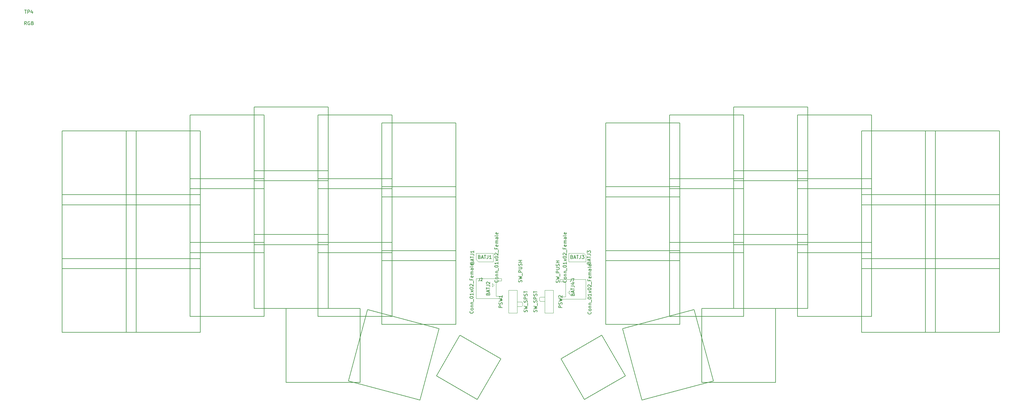
<source format=gbr>
G04 #@! TF.GenerationSoftware,KiCad,Pcbnew,(7.0.0-0)*
G04 #@! TF.CreationDate,2023-03-11T20:23:52-05:00*
G04 #@! TF.ProjectId,corne-ultralight,636f726e-652d-4756-9c74-72616c696768,2.0*
G04 #@! TF.SameCoordinates,Original*
G04 #@! TF.FileFunction,AssemblyDrawing,Top*
%FSLAX46Y46*%
G04 Gerber Fmt 4.6, Leading zero omitted, Abs format (unit mm)*
G04 Created by KiCad (PCBNEW (7.0.0-0)) date 2023-03-11 20:23:52*
%MOMM*%
%LPD*%
G01*
G04 APERTURE LIST*
%ADD10C,0.150000*%
%ADD11C,0.100000*%
G04 APERTURE END LIST*
D10*
X158882261Y-80079336D02*
X158929880Y-79936479D01*
X158929880Y-79936479D02*
X158929880Y-79698384D01*
X158929880Y-79698384D02*
X158882261Y-79603146D01*
X158882261Y-79603146D02*
X158834642Y-79555527D01*
X158834642Y-79555527D02*
X158739404Y-79507908D01*
X158739404Y-79507908D02*
X158644166Y-79507908D01*
X158644166Y-79507908D02*
X158548928Y-79555527D01*
X158548928Y-79555527D02*
X158501309Y-79603146D01*
X158501309Y-79603146D02*
X158453690Y-79698384D01*
X158453690Y-79698384D02*
X158406071Y-79888860D01*
X158406071Y-79888860D02*
X158358452Y-79984098D01*
X158358452Y-79984098D02*
X158310833Y-80031717D01*
X158310833Y-80031717D02*
X158215595Y-80079336D01*
X158215595Y-80079336D02*
X158120357Y-80079336D01*
X158120357Y-80079336D02*
X158025119Y-80031717D01*
X158025119Y-80031717D02*
X157977500Y-79984098D01*
X157977500Y-79984098D02*
X157929880Y-79888860D01*
X157929880Y-79888860D02*
X157929880Y-79650765D01*
X157929880Y-79650765D02*
X157977500Y-79507908D01*
X157929880Y-79174574D02*
X158929880Y-78936479D01*
X158929880Y-78936479D02*
X158215595Y-78746003D01*
X158215595Y-78746003D02*
X158929880Y-78555527D01*
X158929880Y-78555527D02*
X157929880Y-78317432D01*
X159025119Y-78174575D02*
X159025119Y-77412670D01*
X158929880Y-77174574D02*
X157929880Y-77174574D01*
X157929880Y-77174574D02*
X157929880Y-76793622D01*
X157929880Y-76793622D02*
X157977500Y-76698384D01*
X157977500Y-76698384D02*
X158025119Y-76650765D01*
X158025119Y-76650765D02*
X158120357Y-76603146D01*
X158120357Y-76603146D02*
X158263214Y-76603146D01*
X158263214Y-76603146D02*
X158358452Y-76650765D01*
X158358452Y-76650765D02*
X158406071Y-76698384D01*
X158406071Y-76698384D02*
X158453690Y-76793622D01*
X158453690Y-76793622D02*
X158453690Y-77174574D01*
X157929880Y-76174574D02*
X158739404Y-76174574D01*
X158739404Y-76174574D02*
X158834642Y-76126955D01*
X158834642Y-76126955D02*
X158882261Y-76079336D01*
X158882261Y-76079336D02*
X158929880Y-75984098D01*
X158929880Y-75984098D02*
X158929880Y-75793622D01*
X158929880Y-75793622D02*
X158882261Y-75698384D01*
X158882261Y-75698384D02*
X158834642Y-75650765D01*
X158834642Y-75650765D02*
X158739404Y-75603146D01*
X158739404Y-75603146D02*
X157929880Y-75603146D01*
X158882261Y-75174574D02*
X158929880Y-75031717D01*
X158929880Y-75031717D02*
X158929880Y-74793622D01*
X158929880Y-74793622D02*
X158882261Y-74698384D01*
X158882261Y-74698384D02*
X158834642Y-74650765D01*
X158834642Y-74650765D02*
X158739404Y-74603146D01*
X158739404Y-74603146D02*
X158644166Y-74603146D01*
X158644166Y-74603146D02*
X158548928Y-74650765D01*
X158548928Y-74650765D02*
X158501309Y-74698384D01*
X158501309Y-74698384D02*
X158453690Y-74793622D01*
X158453690Y-74793622D02*
X158406071Y-74984098D01*
X158406071Y-74984098D02*
X158358452Y-75079336D01*
X158358452Y-75079336D02*
X158310833Y-75126955D01*
X158310833Y-75126955D02*
X158215595Y-75174574D01*
X158215595Y-75174574D02*
X158120357Y-75174574D01*
X158120357Y-75174574D02*
X158025119Y-75126955D01*
X158025119Y-75126955D02*
X157977500Y-75079336D01*
X157977500Y-75079336D02*
X157929880Y-74984098D01*
X157929880Y-74984098D02*
X157929880Y-74746003D01*
X157929880Y-74746003D02*
X157977500Y-74603146D01*
X158929880Y-74174574D02*
X157929880Y-74174574D01*
X158406071Y-74174574D02*
X158406071Y-73603146D01*
X158929880Y-73603146D02*
X157929880Y-73603146D01*
X135187567Y-78753807D02*
X135187567Y-79334378D01*
X135187567Y-79334378D02*
X135148862Y-79450492D01*
X135148862Y-79450492D02*
X135071453Y-79527902D01*
X135071453Y-79527902D02*
X134955338Y-79566607D01*
X134955338Y-79566607D02*
X134877929Y-79566607D01*
X135535910Y-78831216D02*
X135574614Y-78792512D01*
X135574614Y-78792512D02*
X135652024Y-78753807D01*
X135652024Y-78753807D02*
X135845548Y-78753807D01*
X135845548Y-78753807D02*
X135922957Y-78792512D01*
X135922957Y-78792512D02*
X135961662Y-78831216D01*
X135961662Y-78831216D02*
X136000367Y-78908626D01*
X136000367Y-78908626D02*
X136000367Y-78986035D01*
X136000367Y-78986035D02*
X135961662Y-79102150D01*
X135961662Y-79102150D02*
X135497205Y-79566607D01*
X135497205Y-79566607D02*
X136000367Y-79566607D01*
X147732261Y-79932904D02*
X147779880Y-79790047D01*
X147779880Y-79790047D02*
X147779880Y-79551952D01*
X147779880Y-79551952D02*
X147732261Y-79456714D01*
X147732261Y-79456714D02*
X147684642Y-79409095D01*
X147684642Y-79409095D02*
X147589404Y-79361476D01*
X147589404Y-79361476D02*
X147494166Y-79361476D01*
X147494166Y-79361476D02*
X147398928Y-79409095D01*
X147398928Y-79409095D02*
X147351309Y-79456714D01*
X147351309Y-79456714D02*
X147303690Y-79551952D01*
X147303690Y-79551952D02*
X147256071Y-79742428D01*
X147256071Y-79742428D02*
X147208452Y-79837666D01*
X147208452Y-79837666D02*
X147160833Y-79885285D01*
X147160833Y-79885285D02*
X147065595Y-79932904D01*
X147065595Y-79932904D02*
X146970357Y-79932904D01*
X146970357Y-79932904D02*
X146875119Y-79885285D01*
X146875119Y-79885285D02*
X146827500Y-79837666D01*
X146827500Y-79837666D02*
X146779880Y-79742428D01*
X146779880Y-79742428D02*
X146779880Y-79504333D01*
X146779880Y-79504333D02*
X146827500Y-79361476D01*
X146779880Y-79028142D02*
X147779880Y-78790047D01*
X147779880Y-78790047D02*
X147065595Y-78599571D01*
X147065595Y-78599571D02*
X147779880Y-78409095D01*
X147779880Y-78409095D02*
X146779880Y-78171000D01*
X147875119Y-78028143D02*
X147875119Y-77266238D01*
X147779880Y-77028142D02*
X146779880Y-77028142D01*
X146779880Y-77028142D02*
X146779880Y-76647190D01*
X146779880Y-76647190D02*
X146827500Y-76551952D01*
X146827500Y-76551952D02*
X146875119Y-76504333D01*
X146875119Y-76504333D02*
X146970357Y-76456714D01*
X146970357Y-76456714D02*
X147113214Y-76456714D01*
X147113214Y-76456714D02*
X147208452Y-76504333D01*
X147208452Y-76504333D02*
X147256071Y-76551952D01*
X147256071Y-76551952D02*
X147303690Y-76647190D01*
X147303690Y-76647190D02*
X147303690Y-77028142D01*
X146779880Y-76028142D02*
X147589404Y-76028142D01*
X147589404Y-76028142D02*
X147684642Y-75980523D01*
X147684642Y-75980523D02*
X147732261Y-75932904D01*
X147732261Y-75932904D02*
X147779880Y-75837666D01*
X147779880Y-75837666D02*
X147779880Y-75647190D01*
X147779880Y-75647190D02*
X147732261Y-75551952D01*
X147732261Y-75551952D02*
X147684642Y-75504333D01*
X147684642Y-75504333D02*
X147589404Y-75456714D01*
X147589404Y-75456714D02*
X146779880Y-75456714D01*
X147732261Y-75028142D02*
X147779880Y-74885285D01*
X147779880Y-74885285D02*
X147779880Y-74647190D01*
X147779880Y-74647190D02*
X147732261Y-74551952D01*
X147732261Y-74551952D02*
X147684642Y-74504333D01*
X147684642Y-74504333D02*
X147589404Y-74456714D01*
X147589404Y-74456714D02*
X147494166Y-74456714D01*
X147494166Y-74456714D02*
X147398928Y-74504333D01*
X147398928Y-74504333D02*
X147351309Y-74551952D01*
X147351309Y-74551952D02*
X147303690Y-74647190D01*
X147303690Y-74647190D02*
X147256071Y-74837666D01*
X147256071Y-74837666D02*
X147208452Y-74932904D01*
X147208452Y-74932904D02*
X147160833Y-74980523D01*
X147160833Y-74980523D02*
X147065595Y-75028142D01*
X147065595Y-75028142D02*
X146970357Y-75028142D01*
X146970357Y-75028142D02*
X146875119Y-74980523D01*
X146875119Y-74980523D02*
X146827500Y-74932904D01*
X146827500Y-74932904D02*
X146779880Y-74837666D01*
X146779880Y-74837666D02*
X146779880Y-74599571D01*
X146779880Y-74599571D02*
X146827500Y-74456714D01*
X147779880Y-74028142D02*
X146779880Y-74028142D01*
X147256071Y-74028142D02*
X147256071Y-73456714D01*
X147779880Y-73456714D02*
X146779880Y-73456714D01*
X162416567Y-78895807D02*
X162416567Y-79476378D01*
X162416567Y-79476378D02*
X162377862Y-79592492D01*
X162377862Y-79592492D02*
X162300453Y-79669902D01*
X162300453Y-79669902D02*
X162184338Y-79708607D01*
X162184338Y-79708607D02*
X162106929Y-79708607D01*
X162726205Y-78895807D02*
X163268071Y-78895807D01*
X163268071Y-78895807D02*
X162919729Y-79708607D01*
X152202261Y-88816428D02*
X152249880Y-88673571D01*
X152249880Y-88673571D02*
X152249880Y-88435476D01*
X152249880Y-88435476D02*
X152202261Y-88340238D01*
X152202261Y-88340238D02*
X152154642Y-88292619D01*
X152154642Y-88292619D02*
X152059404Y-88245000D01*
X152059404Y-88245000D02*
X151964166Y-88245000D01*
X151964166Y-88245000D02*
X151868928Y-88292619D01*
X151868928Y-88292619D02*
X151821309Y-88340238D01*
X151821309Y-88340238D02*
X151773690Y-88435476D01*
X151773690Y-88435476D02*
X151726071Y-88625952D01*
X151726071Y-88625952D02*
X151678452Y-88721190D01*
X151678452Y-88721190D02*
X151630833Y-88768809D01*
X151630833Y-88768809D02*
X151535595Y-88816428D01*
X151535595Y-88816428D02*
X151440357Y-88816428D01*
X151440357Y-88816428D02*
X151345119Y-88768809D01*
X151345119Y-88768809D02*
X151297500Y-88721190D01*
X151297500Y-88721190D02*
X151249880Y-88625952D01*
X151249880Y-88625952D02*
X151249880Y-88387857D01*
X151249880Y-88387857D02*
X151297500Y-88245000D01*
X151249880Y-87911666D02*
X152249880Y-87673571D01*
X152249880Y-87673571D02*
X151535595Y-87483095D01*
X151535595Y-87483095D02*
X152249880Y-87292619D01*
X152249880Y-87292619D02*
X151249880Y-87054524D01*
X152345119Y-86911667D02*
X152345119Y-86149762D01*
X152202261Y-85959285D02*
X152249880Y-85816428D01*
X152249880Y-85816428D02*
X152249880Y-85578333D01*
X152249880Y-85578333D02*
X152202261Y-85483095D01*
X152202261Y-85483095D02*
X152154642Y-85435476D01*
X152154642Y-85435476D02*
X152059404Y-85387857D01*
X152059404Y-85387857D02*
X151964166Y-85387857D01*
X151964166Y-85387857D02*
X151868928Y-85435476D01*
X151868928Y-85435476D02*
X151821309Y-85483095D01*
X151821309Y-85483095D02*
X151773690Y-85578333D01*
X151773690Y-85578333D02*
X151726071Y-85768809D01*
X151726071Y-85768809D02*
X151678452Y-85864047D01*
X151678452Y-85864047D02*
X151630833Y-85911666D01*
X151630833Y-85911666D02*
X151535595Y-85959285D01*
X151535595Y-85959285D02*
X151440357Y-85959285D01*
X151440357Y-85959285D02*
X151345119Y-85911666D01*
X151345119Y-85911666D02*
X151297500Y-85864047D01*
X151297500Y-85864047D02*
X151249880Y-85768809D01*
X151249880Y-85768809D02*
X151249880Y-85530714D01*
X151249880Y-85530714D02*
X151297500Y-85387857D01*
X152249880Y-84959285D02*
X151249880Y-84959285D01*
X151249880Y-84959285D02*
X151249880Y-84578333D01*
X151249880Y-84578333D02*
X151297500Y-84483095D01*
X151297500Y-84483095D02*
X151345119Y-84435476D01*
X151345119Y-84435476D02*
X151440357Y-84387857D01*
X151440357Y-84387857D02*
X151583214Y-84387857D01*
X151583214Y-84387857D02*
X151678452Y-84435476D01*
X151678452Y-84435476D02*
X151726071Y-84483095D01*
X151726071Y-84483095D02*
X151773690Y-84578333D01*
X151773690Y-84578333D02*
X151773690Y-84959285D01*
X152202261Y-84006904D02*
X152249880Y-83864047D01*
X152249880Y-83864047D02*
X152249880Y-83625952D01*
X152249880Y-83625952D02*
X152202261Y-83530714D01*
X152202261Y-83530714D02*
X152154642Y-83483095D01*
X152154642Y-83483095D02*
X152059404Y-83435476D01*
X152059404Y-83435476D02*
X151964166Y-83435476D01*
X151964166Y-83435476D02*
X151868928Y-83483095D01*
X151868928Y-83483095D02*
X151821309Y-83530714D01*
X151821309Y-83530714D02*
X151773690Y-83625952D01*
X151773690Y-83625952D02*
X151726071Y-83816428D01*
X151726071Y-83816428D02*
X151678452Y-83911666D01*
X151678452Y-83911666D02*
X151630833Y-83959285D01*
X151630833Y-83959285D02*
X151535595Y-84006904D01*
X151535595Y-84006904D02*
X151440357Y-84006904D01*
X151440357Y-84006904D02*
X151345119Y-83959285D01*
X151345119Y-83959285D02*
X151297500Y-83911666D01*
X151297500Y-83911666D02*
X151249880Y-83816428D01*
X151249880Y-83816428D02*
X151249880Y-83578333D01*
X151249880Y-83578333D02*
X151297500Y-83435476D01*
X151249880Y-83149761D02*
X151249880Y-82578333D01*
X152249880Y-82864047D02*
X151249880Y-82864047D01*
X159699880Y-87530713D02*
X158699880Y-87530713D01*
X158699880Y-87530713D02*
X158699880Y-87149761D01*
X158699880Y-87149761D02*
X158747500Y-87054523D01*
X158747500Y-87054523D02*
X158795119Y-87006904D01*
X158795119Y-87006904D02*
X158890357Y-86959285D01*
X158890357Y-86959285D02*
X159033214Y-86959285D01*
X159033214Y-86959285D02*
X159128452Y-87006904D01*
X159128452Y-87006904D02*
X159176071Y-87054523D01*
X159176071Y-87054523D02*
X159223690Y-87149761D01*
X159223690Y-87149761D02*
X159223690Y-87530713D01*
X159652261Y-86578332D02*
X159699880Y-86435475D01*
X159699880Y-86435475D02*
X159699880Y-86197380D01*
X159699880Y-86197380D02*
X159652261Y-86102142D01*
X159652261Y-86102142D02*
X159604642Y-86054523D01*
X159604642Y-86054523D02*
X159509404Y-86006904D01*
X159509404Y-86006904D02*
X159414166Y-86006904D01*
X159414166Y-86006904D02*
X159318928Y-86054523D01*
X159318928Y-86054523D02*
X159271309Y-86102142D01*
X159271309Y-86102142D02*
X159223690Y-86197380D01*
X159223690Y-86197380D02*
X159176071Y-86387856D01*
X159176071Y-86387856D02*
X159128452Y-86483094D01*
X159128452Y-86483094D02*
X159080833Y-86530713D01*
X159080833Y-86530713D02*
X158985595Y-86578332D01*
X158985595Y-86578332D02*
X158890357Y-86578332D01*
X158890357Y-86578332D02*
X158795119Y-86530713D01*
X158795119Y-86530713D02*
X158747500Y-86483094D01*
X158747500Y-86483094D02*
X158699880Y-86387856D01*
X158699880Y-86387856D02*
X158699880Y-86149761D01*
X158699880Y-86149761D02*
X158747500Y-86006904D01*
X158699880Y-85673570D02*
X159699880Y-85435475D01*
X159699880Y-85435475D02*
X158985595Y-85244999D01*
X158985595Y-85244999D02*
X159699880Y-85054523D01*
X159699880Y-85054523D02*
X158699880Y-84816428D01*
X158795119Y-84483094D02*
X158747500Y-84435475D01*
X158747500Y-84435475D02*
X158699880Y-84340237D01*
X158699880Y-84340237D02*
X158699880Y-84102142D01*
X158699880Y-84102142D02*
X158747500Y-84006904D01*
X158747500Y-84006904D02*
X158795119Y-83959285D01*
X158795119Y-83959285D02*
X158890357Y-83911666D01*
X158890357Y-83911666D02*
X158985595Y-83911666D01*
X158985595Y-83911666D02*
X159128452Y-83959285D01*
X159128452Y-83959285D02*
X159699880Y-84530713D01*
X159699880Y-84530713D02*
X159699880Y-83911666D01*
X584523Y-3392380D02*
X251190Y-2916190D01*
X13095Y-3392380D02*
X13095Y-2392380D01*
X13095Y-2392380D02*
X394047Y-2392380D01*
X394047Y-2392380D02*
X489285Y-2440000D01*
X489285Y-2440000D02*
X536904Y-2487619D01*
X536904Y-2487619D02*
X584523Y-2582857D01*
X584523Y-2582857D02*
X584523Y-2725714D01*
X584523Y-2725714D02*
X536904Y-2820952D01*
X536904Y-2820952D02*
X489285Y-2868571D01*
X489285Y-2868571D02*
X394047Y-2916190D01*
X394047Y-2916190D02*
X13095Y-2916190D01*
X1536904Y-2440000D02*
X1441666Y-2392380D01*
X1441666Y-2392380D02*
X1298809Y-2392380D01*
X1298809Y-2392380D02*
X1155952Y-2440000D01*
X1155952Y-2440000D02*
X1060714Y-2535238D01*
X1060714Y-2535238D02*
X1013095Y-2630476D01*
X1013095Y-2630476D02*
X965476Y-2820952D01*
X965476Y-2820952D02*
X965476Y-2963809D01*
X965476Y-2963809D02*
X1013095Y-3154285D01*
X1013095Y-3154285D02*
X1060714Y-3249523D01*
X1060714Y-3249523D02*
X1155952Y-3344761D01*
X1155952Y-3344761D02*
X1298809Y-3392380D01*
X1298809Y-3392380D02*
X1394047Y-3392380D01*
X1394047Y-3392380D02*
X1536904Y-3344761D01*
X1536904Y-3344761D02*
X1584523Y-3297142D01*
X1584523Y-3297142D02*
X1584523Y-2963809D01*
X1584523Y-2963809D02*
X1394047Y-2963809D01*
X2346428Y-2868571D02*
X2489285Y-2916190D01*
X2489285Y-2916190D02*
X2536904Y-2963809D01*
X2536904Y-2963809D02*
X2584523Y-3059047D01*
X2584523Y-3059047D02*
X2584523Y-3201904D01*
X2584523Y-3201904D02*
X2536904Y-3297142D01*
X2536904Y-3297142D02*
X2489285Y-3344761D01*
X2489285Y-3344761D02*
X2394047Y-3392380D01*
X2394047Y-3392380D02*
X2013095Y-3392380D01*
X2013095Y-3392380D02*
X2013095Y-2392380D01*
X2013095Y-2392380D02*
X2346428Y-2392380D01*
X2346428Y-2392380D02*
X2441666Y-2440000D01*
X2441666Y-2440000D02*
X2489285Y-2487619D01*
X2489285Y-2487619D02*
X2536904Y-2582857D01*
X2536904Y-2582857D02*
X2536904Y-2678095D01*
X2536904Y-2678095D02*
X2489285Y-2773333D01*
X2489285Y-2773333D02*
X2441666Y-2820952D01*
X2441666Y-2820952D02*
X2346428Y-2868571D01*
X2346428Y-2868571D02*
X2013095Y-2868571D01*
X13095Y1007619D02*
X584523Y1007619D01*
X298809Y7619D02*
X298809Y1007619D01*
X917857Y7619D02*
X917857Y1007619D01*
X917857Y1007619D02*
X1298809Y1007619D01*
X1298809Y1007619D02*
X1394047Y960000D01*
X1394047Y960000D02*
X1441666Y912380D01*
X1441666Y912380D02*
X1489285Y817142D01*
X1489285Y817142D02*
X1489285Y674285D01*
X1489285Y674285D02*
X1441666Y579047D01*
X1441666Y579047D02*
X1394047Y531428D01*
X1394047Y531428D02*
X1298809Y483809D01*
X1298809Y483809D02*
X917857Y483809D01*
X2346428Y674285D02*
X2346428Y7619D01*
X2108333Y1055238D02*
X1870238Y340952D01*
X1870238Y340952D02*
X2489285Y340952D01*
X168259642Y-88830715D02*
X168307261Y-88878334D01*
X168307261Y-88878334D02*
X168354880Y-89021191D01*
X168354880Y-89021191D02*
X168354880Y-89116429D01*
X168354880Y-89116429D02*
X168307261Y-89259286D01*
X168307261Y-89259286D02*
X168212023Y-89354524D01*
X168212023Y-89354524D02*
X168116785Y-89402143D01*
X168116785Y-89402143D02*
X167926309Y-89449762D01*
X167926309Y-89449762D02*
X167783452Y-89449762D01*
X167783452Y-89449762D02*
X167592976Y-89402143D01*
X167592976Y-89402143D02*
X167497738Y-89354524D01*
X167497738Y-89354524D02*
X167402500Y-89259286D01*
X167402500Y-89259286D02*
X167354880Y-89116429D01*
X167354880Y-89116429D02*
X167354880Y-89021191D01*
X167354880Y-89021191D02*
X167402500Y-88878334D01*
X167402500Y-88878334D02*
X167450119Y-88830715D01*
X168354880Y-88259286D02*
X168307261Y-88354524D01*
X168307261Y-88354524D02*
X168259642Y-88402143D01*
X168259642Y-88402143D02*
X168164404Y-88449762D01*
X168164404Y-88449762D02*
X167878690Y-88449762D01*
X167878690Y-88449762D02*
X167783452Y-88402143D01*
X167783452Y-88402143D02*
X167735833Y-88354524D01*
X167735833Y-88354524D02*
X167688214Y-88259286D01*
X167688214Y-88259286D02*
X167688214Y-88116429D01*
X167688214Y-88116429D02*
X167735833Y-88021191D01*
X167735833Y-88021191D02*
X167783452Y-87973572D01*
X167783452Y-87973572D02*
X167878690Y-87925953D01*
X167878690Y-87925953D02*
X168164404Y-87925953D01*
X168164404Y-87925953D02*
X168259642Y-87973572D01*
X168259642Y-87973572D02*
X168307261Y-88021191D01*
X168307261Y-88021191D02*
X168354880Y-88116429D01*
X168354880Y-88116429D02*
X168354880Y-88259286D01*
X167688214Y-87497381D02*
X168354880Y-87497381D01*
X167783452Y-87497381D02*
X167735833Y-87449762D01*
X167735833Y-87449762D02*
X167688214Y-87354524D01*
X167688214Y-87354524D02*
X167688214Y-87211667D01*
X167688214Y-87211667D02*
X167735833Y-87116429D01*
X167735833Y-87116429D02*
X167831071Y-87068810D01*
X167831071Y-87068810D02*
X168354880Y-87068810D01*
X167688214Y-86592619D02*
X168354880Y-86592619D01*
X167783452Y-86592619D02*
X167735833Y-86545000D01*
X167735833Y-86545000D02*
X167688214Y-86449762D01*
X167688214Y-86449762D02*
X167688214Y-86306905D01*
X167688214Y-86306905D02*
X167735833Y-86211667D01*
X167735833Y-86211667D02*
X167831071Y-86164048D01*
X167831071Y-86164048D02*
X168354880Y-86164048D01*
X168450119Y-85925953D02*
X168450119Y-85164048D01*
X167354880Y-84735476D02*
X167354880Y-84640238D01*
X167354880Y-84640238D02*
X167402500Y-84545000D01*
X167402500Y-84545000D02*
X167450119Y-84497381D01*
X167450119Y-84497381D02*
X167545357Y-84449762D01*
X167545357Y-84449762D02*
X167735833Y-84402143D01*
X167735833Y-84402143D02*
X167973928Y-84402143D01*
X167973928Y-84402143D02*
X168164404Y-84449762D01*
X168164404Y-84449762D02*
X168259642Y-84497381D01*
X168259642Y-84497381D02*
X168307261Y-84545000D01*
X168307261Y-84545000D02*
X168354880Y-84640238D01*
X168354880Y-84640238D02*
X168354880Y-84735476D01*
X168354880Y-84735476D02*
X168307261Y-84830714D01*
X168307261Y-84830714D02*
X168259642Y-84878333D01*
X168259642Y-84878333D02*
X168164404Y-84925952D01*
X168164404Y-84925952D02*
X167973928Y-84973571D01*
X167973928Y-84973571D02*
X167735833Y-84973571D01*
X167735833Y-84973571D02*
X167545357Y-84925952D01*
X167545357Y-84925952D02*
X167450119Y-84878333D01*
X167450119Y-84878333D02*
X167402500Y-84830714D01*
X167402500Y-84830714D02*
X167354880Y-84735476D01*
X168354880Y-83449762D02*
X168354880Y-84021190D01*
X168354880Y-83735476D02*
X167354880Y-83735476D01*
X167354880Y-83735476D02*
X167497738Y-83830714D01*
X167497738Y-83830714D02*
X167592976Y-83925952D01*
X167592976Y-83925952D02*
X167640595Y-84021190D01*
X168354880Y-83116428D02*
X167688214Y-82592619D01*
X167688214Y-83116428D02*
X168354880Y-82592619D01*
X167354880Y-82021190D02*
X167354880Y-81925952D01*
X167354880Y-81925952D02*
X167402500Y-81830714D01*
X167402500Y-81830714D02*
X167450119Y-81783095D01*
X167450119Y-81783095D02*
X167545357Y-81735476D01*
X167545357Y-81735476D02*
X167735833Y-81687857D01*
X167735833Y-81687857D02*
X167973928Y-81687857D01*
X167973928Y-81687857D02*
X168164404Y-81735476D01*
X168164404Y-81735476D02*
X168259642Y-81783095D01*
X168259642Y-81783095D02*
X168307261Y-81830714D01*
X168307261Y-81830714D02*
X168354880Y-81925952D01*
X168354880Y-81925952D02*
X168354880Y-82021190D01*
X168354880Y-82021190D02*
X168307261Y-82116428D01*
X168307261Y-82116428D02*
X168259642Y-82164047D01*
X168259642Y-82164047D02*
X168164404Y-82211666D01*
X168164404Y-82211666D02*
X167973928Y-82259285D01*
X167973928Y-82259285D02*
X167735833Y-82259285D01*
X167735833Y-82259285D02*
X167545357Y-82211666D01*
X167545357Y-82211666D02*
X167450119Y-82164047D01*
X167450119Y-82164047D02*
X167402500Y-82116428D01*
X167402500Y-82116428D02*
X167354880Y-82021190D01*
X167450119Y-81306904D02*
X167402500Y-81259285D01*
X167402500Y-81259285D02*
X167354880Y-81164047D01*
X167354880Y-81164047D02*
X167354880Y-80925952D01*
X167354880Y-80925952D02*
X167402500Y-80830714D01*
X167402500Y-80830714D02*
X167450119Y-80783095D01*
X167450119Y-80783095D02*
X167545357Y-80735476D01*
X167545357Y-80735476D02*
X167640595Y-80735476D01*
X167640595Y-80735476D02*
X167783452Y-80783095D01*
X167783452Y-80783095D02*
X168354880Y-81354523D01*
X168354880Y-81354523D02*
X168354880Y-80735476D01*
X168450119Y-80545000D02*
X168450119Y-79783095D01*
X167831071Y-79211666D02*
X167831071Y-79544999D01*
X168354880Y-79544999D02*
X167354880Y-79544999D01*
X167354880Y-79544999D02*
X167354880Y-79068809D01*
X168307261Y-78306904D02*
X168354880Y-78402142D01*
X168354880Y-78402142D02*
X168354880Y-78592618D01*
X168354880Y-78592618D02*
X168307261Y-78687856D01*
X168307261Y-78687856D02*
X168212023Y-78735475D01*
X168212023Y-78735475D02*
X167831071Y-78735475D01*
X167831071Y-78735475D02*
X167735833Y-78687856D01*
X167735833Y-78687856D02*
X167688214Y-78592618D01*
X167688214Y-78592618D02*
X167688214Y-78402142D01*
X167688214Y-78402142D02*
X167735833Y-78306904D01*
X167735833Y-78306904D02*
X167831071Y-78259285D01*
X167831071Y-78259285D02*
X167926309Y-78259285D01*
X167926309Y-78259285D02*
X168021547Y-78735475D01*
X168354880Y-77830713D02*
X167688214Y-77830713D01*
X167783452Y-77830713D02*
X167735833Y-77783094D01*
X167735833Y-77783094D02*
X167688214Y-77687856D01*
X167688214Y-77687856D02*
X167688214Y-77544999D01*
X167688214Y-77544999D02*
X167735833Y-77449761D01*
X167735833Y-77449761D02*
X167831071Y-77402142D01*
X167831071Y-77402142D02*
X168354880Y-77402142D01*
X167831071Y-77402142D02*
X167735833Y-77354523D01*
X167735833Y-77354523D02*
X167688214Y-77259285D01*
X167688214Y-77259285D02*
X167688214Y-77116428D01*
X167688214Y-77116428D02*
X167735833Y-77021189D01*
X167735833Y-77021189D02*
X167831071Y-76973570D01*
X167831071Y-76973570D02*
X168354880Y-76973570D01*
X168354880Y-76068809D02*
X167831071Y-76068809D01*
X167831071Y-76068809D02*
X167735833Y-76116428D01*
X167735833Y-76116428D02*
X167688214Y-76211666D01*
X167688214Y-76211666D02*
X167688214Y-76402142D01*
X167688214Y-76402142D02*
X167735833Y-76497380D01*
X168307261Y-76068809D02*
X168354880Y-76164047D01*
X168354880Y-76164047D02*
X168354880Y-76402142D01*
X168354880Y-76402142D02*
X168307261Y-76497380D01*
X168307261Y-76497380D02*
X168212023Y-76544999D01*
X168212023Y-76544999D02*
X168116785Y-76544999D01*
X168116785Y-76544999D02*
X168021547Y-76497380D01*
X168021547Y-76497380D02*
X167973928Y-76402142D01*
X167973928Y-76402142D02*
X167973928Y-76164047D01*
X167973928Y-76164047D02*
X167926309Y-76068809D01*
X168354880Y-75449761D02*
X168307261Y-75544999D01*
X168307261Y-75544999D02*
X168212023Y-75592618D01*
X168212023Y-75592618D02*
X167354880Y-75592618D01*
X168307261Y-74687856D02*
X168354880Y-74783094D01*
X168354880Y-74783094D02*
X168354880Y-74973570D01*
X168354880Y-74973570D02*
X168307261Y-75068808D01*
X168307261Y-75068808D02*
X168212023Y-75116427D01*
X168212023Y-75116427D02*
X167831071Y-75116427D01*
X167831071Y-75116427D02*
X167735833Y-75068808D01*
X167735833Y-75068808D02*
X167688214Y-74973570D01*
X167688214Y-74973570D02*
X167688214Y-74783094D01*
X167688214Y-74783094D02*
X167735833Y-74687856D01*
X167735833Y-74687856D02*
X167831071Y-74640237D01*
X167831071Y-74640237D02*
X167926309Y-74640237D01*
X167926309Y-74640237D02*
X168021547Y-75116427D01*
X162881071Y-83640238D02*
X162928690Y-83497381D01*
X162928690Y-83497381D02*
X162976309Y-83449762D01*
X162976309Y-83449762D02*
X163071547Y-83402143D01*
X163071547Y-83402143D02*
X163214404Y-83402143D01*
X163214404Y-83402143D02*
X163309642Y-83449762D01*
X163309642Y-83449762D02*
X163357261Y-83497381D01*
X163357261Y-83497381D02*
X163404880Y-83592619D01*
X163404880Y-83592619D02*
X163404880Y-83973571D01*
X163404880Y-83973571D02*
X162404880Y-83973571D01*
X162404880Y-83973571D02*
X162404880Y-83640238D01*
X162404880Y-83640238D02*
X162452500Y-83545000D01*
X162452500Y-83545000D02*
X162500119Y-83497381D01*
X162500119Y-83497381D02*
X162595357Y-83449762D01*
X162595357Y-83449762D02*
X162690595Y-83449762D01*
X162690595Y-83449762D02*
X162785833Y-83497381D01*
X162785833Y-83497381D02*
X162833452Y-83545000D01*
X162833452Y-83545000D02*
X162881071Y-83640238D01*
X162881071Y-83640238D02*
X162881071Y-83973571D01*
X163119166Y-83021190D02*
X163119166Y-82545000D01*
X163404880Y-83116428D02*
X162404880Y-82783095D01*
X162404880Y-82783095D02*
X163404880Y-82449762D01*
X162404880Y-82259285D02*
X162404880Y-81687857D01*
X163404880Y-81973571D02*
X162404880Y-81973571D01*
X162404880Y-81068809D02*
X163119166Y-81068809D01*
X163119166Y-81068809D02*
X163262023Y-81116428D01*
X163262023Y-81116428D02*
X163357261Y-81211666D01*
X163357261Y-81211666D02*
X163404880Y-81354523D01*
X163404880Y-81354523D02*
X163404880Y-81449761D01*
X162738214Y-80164047D02*
X163404880Y-80164047D01*
X162357261Y-80402142D02*
X163071547Y-80640237D01*
X163071547Y-80640237D02*
X163071547Y-80021190D01*
X167686071Y-74190238D02*
X167733690Y-74047381D01*
X167733690Y-74047381D02*
X167781309Y-73999762D01*
X167781309Y-73999762D02*
X167876547Y-73952143D01*
X167876547Y-73952143D02*
X168019404Y-73952143D01*
X168019404Y-73952143D02*
X168114642Y-73999762D01*
X168114642Y-73999762D02*
X168162261Y-74047381D01*
X168162261Y-74047381D02*
X168209880Y-74142619D01*
X168209880Y-74142619D02*
X168209880Y-74523571D01*
X168209880Y-74523571D02*
X167209880Y-74523571D01*
X167209880Y-74523571D02*
X167209880Y-74190238D01*
X167209880Y-74190238D02*
X167257500Y-74095000D01*
X167257500Y-74095000D02*
X167305119Y-74047381D01*
X167305119Y-74047381D02*
X167400357Y-73999762D01*
X167400357Y-73999762D02*
X167495595Y-73999762D01*
X167495595Y-73999762D02*
X167590833Y-74047381D01*
X167590833Y-74047381D02*
X167638452Y-74095000D01*
X167638452Y-74095000D02*
X167686071Y-74190238D01*
X167686071Y-74190238D02*
X167686071Y-74523571D01*
X167924166Y-73571190D02*
X167924166Y-73095000D01*
X168209880Y-73666428D02*
X167209880Y-73333095D01*
X167209880Y-73333095D02*
X168209880Y-72999762D01*
X167209880Y-72809285D02*
X167209880Y-72237857D01*
X168209880Y-72523571D02*
X167209880Y-72523571D01*
X167209880Y-71618809D02*
X167924166Y-71618809D01*
X167924166Y-71618809D02*
X168067023Y-71666428D01*
X168067023Y-71666428D02*
X168162261Y-71761666D01*
X168162261Y-71761666D02*
X168209880Y-71904523D01*
X168209880Y-71904523D02*
X168209880Y-71999761D01*
X167209880Y-71237856D02*
X167209880Y-70618809D01*
X167209880Y-70618809D02*
X167590833Y-70952142D01*
X167590833Y-70952142D02*
X167590833Y-70809285D01*
X167590833Y-70809285D02*
X167638452Y-70714047D01*
X167638452Y-70714047D02*
X167686071Y-70666428D01*
X167686071Y-70666428D02*
X167781309Y-70618809D01*
X167781309Y-70618809D02*
X168019404Y-70618809D01*
X168019404Y-70618809D02*
X168114642Y-70666428D01*
X168114642Y-70666428D02*
X168162261Y-70714047D01*
X168162261Y-70714047D02*
X168209880Y-70809285D01*
X168209880Y-70809285D02*
X168209880Y-71094999D01*
X168209880Y-71094999D02*
X168162261Y-71190237D01*
X168162261Y-71190237D02*
X168114642Y-71237856D01*
X160914642Y-79380715D02*
X160962261Y-79428334D01*
X160962261Y-79428334D02*
X161009880Y-79571191D01*
X161009880Y-79571191D02*
X161009880Y-79666429D01*
X161009880Y-79666429D02*
X160962261Y-79809286D01*
X160962261Y-79809286D02*
X160867023Y-79904524D01*
X160867023Y-79904524D02*
X160771785Y-79952143D01*
X160771785Y-79952143D02*
X160581309Y-79999762D01*
X160581309Y-79999762D02*
X160438452Y-79999762D01*
X160438452Y-79999762D02*
X160247976Y-79952143D01*
X160247976Y-79952143D02*
X160152738Y-79904524D01*
X160152738Y-79904524D02*
X160057500Y-79809286D01*
X160057500Y-79809286D02*
X160009880Y-79666429D01*
X160009880Y-79666429D02*
X160009880Y-79571191D01*
X160009880Y-79571191D02*
X160057500Y-79428334D01*
X160057500Y-79428334D02*
X160105119Y-79380715D01*
X161009880Y-78809286D02*
X160962261Y-78904524D01*
X160962261Y-78904524D02*
X160914642Y-78952143D01*
X160914642Y-78952143D02*
X160819404Y-78999762D01*
X160819404Y-78999762D02*
X160533690Y-78999762D01*
X160533690Y-78999762D02*
X160438452Y-78952143D01*
X160438452Y-78952143D02*
X160390833Y-78904524D01*
X160390833Y-78904524D02*
X160343214Y-78809286D01*
X160343214Y-78809286D02*
X160343214Y-78666429D01*
X160343214Y-78666429D02*
X160390833Y-78571191D01*
X160390833Y-78571191D02*
X160438452Y-78523572D01*
X160438452Y-78523572D02*
X160533690Y-78475953D01*
X160533690Y-78475953D02*
X160819404Y-78475953D01*
X160819404Y-78475953D02*
X160914642Y-78523572D01*
X160914642Y-78523572D02*
X160962261Y-78571191D01*
X160962261Y-78571191D02*
X161009880Y-78666429D01*
X161009880Y-78666429D02*
X161009880Y-78809286D01*
X160343214Y-78047381D02*
X161009880Y-78047381D01*
X160438452Y-78047381D02*
X160390833Y-77999762D01*
X160390833Y-77999762D02*
X160343214Y-77904524D01*
X160343214Y-77904524D02*
X160343214Y-77761667D01*
X160343214Y-77761667D02*
X160390833Y-77666429D01*
X160390833Y-77666429D02*
X160486071Y-77618810D01*
X160486071Y-77618810D02*
X161009880Y-77618810D01*
X160343214Y-77142619D02*
X161009880Y-77142619D01*
X160438452Y-77142619D02*
X160390833Y-77095000D01*
X160390833Y-77095000D02*
X160343214Y-76999762D01*
X160343214Y-76999762D02*
X160343214Y-76856905D01*
X160343214Y-76856905D02*
X160390833Y-76761667D01*
X160390833Y-76761667D02*
X160486071Y-76714048D01*
X160486071Y-76714048D02*
X161009880Y-76714048D01*
X161105119Y-76475953D02*
X161105119Y-75714048D01*
X160009880Y-75285476D02*
X160009880Y-75190238D01*
X160009880Y-75190238D02*
X160057500Y-75095000D01*
X160057500Y-75095000D02*
X160105119Y-75047381D01*
X160105119Y-75047381D02*
X160200357Y-74999762D01*
X160200357Y-74999762D02*
X160390833Y-74952143D01*
X160390833Y-74952143D02*
X160628928Y-74952143D01*
X160628928Y-74952143D02*
X160819404Y-74999762D01*
X160819404Y-74999762D02*
X160914642Y-75047381D01*
X160914642Y-75047381D02*
X160962261Y-75095000D01*
X160962261Y-75095000D02*
X161009880Y-75190238D01*
X161009880Y-75190238D02*
X161009880Y-75285476D01*
X161009880Y-75285476D02*
X160962261Y-75380714D01*
X160962261Y-75380714D02*
X160914642Y-75428333D01*
X160914642Y-75428333D02*
X160819404Y-75475952D01*
X160819404Y-75475952D02*
X160628928Y-75523571D01*
X160628928Y-75523571D02*
X160390833Y-75523571D01*
X160390833Y-75523571D02*
X160200357Y-75475952D01*
X160200357Y-75475952D02*
X160105119Y-75428333D01*
X160105119Y-75428333D02*
X160057500Y-75380714D01*
X160057500Y-75380714D02*
X160009880Y-75285476D01*
X161009880Y-73999762D02*
X161009880Y-74571190D01*
X161009880Y-74285476D02*
X160009880Y-74285476D01*
X160009880Y-74285476D02*
X160152738Y-74380714D01*
X160152738Y-74380714D02*
X160247976Y-74475952D01*
X160247976Y-74475952D02*
X160295595Y-74571190D01*
X161009880Y-73666428D02*
X160343214Y-73142619D01*
X160343214Y-73666428D02*
X161009880Y-73142619D01*
X160009880Y-72571190D02*
X160009880Y-72475952D01*
X160009880Y-72475952D02*
X160057500Y-72380714D01*
X160057500Y-72380714D02*
X160105119Y-72333095D01*
X160105119Y-72333095D02*
X160200357Y-72285476D01*
X160200357Y-72285476D02*
X160390833Y-72237857D01*
X160390833Y-72237857D02*
X160628928Y-72237857D01*
X160628928Y-72237857D02*
X160819404Y-72285476D01*
X160819404Y-72285476D02*
X160914642Y-72333095D01*
X160914642Y-72333095D02*
X160962261Y-72380714D01*
X160962261Y-72380714D02*
X161009880Y-72475952D01*
X161009880Y-72475952D02*
X161009880Y-72571190D01*
X161009880Y-72571190D02*
X160962261Y-72666428D01*
X160962261Y-72666428D02*
X160914642Y-72714047D01*
X160914642Y-72714047D02*
X160819404Y-72761666D01*
X160819404Y-72761666D02*
X160628928Y-72809285D01*
X160628928Y-72809285D02*
X160390833Y-72809285D01*
X160390833Y-72809285D02*
X160200357Y-72761666D01*
X160200357Y-72761666D02*
X160105119Y-72714047D01*
X160105119Y-72714047D02*
X160057500Y-72666428D01*
X160057500Y-72666428D02*
X160009880Y-72571190D01*
X160105119Y-71856904D02*
X160057500Y-71809285D01*
X160057500Y-71809285D02*
X160009880Y-71714047D01*
X160009880Y-71714047D02*
X160009880Y-71475952D01*
X160009880Y-71475952D02*
X160057500Y-71380714D01*
X160057500Y-71380714D02*
X160105119Y-71333095D01*
X160105119Y-71333095D02*
X160200357Y-71285476D01*
X160200357Y-71285476D02*
X160295595Y-71285476D01*
X160295595Y-71285476D02*
X160438452Y-71333095D01*
X160438452Y-71333095D02*
X161009880Y-71904523D01*
X161009880Y-71904523D02*
X161009880Y-71285476D01*
X161105119Y-71095000D02*
X161105119Y-70333095D01*
X160486071Y-69761666D02*
X160486071Y-70094999D01*
X161009880Y-70094999D02*
X160009880Y-70094999D01*
X160009880Y-70094999D02*
X160009880Y-69618809D01*
X160962261Y-68856904D02*
X161009880Y-68952142D01*
X161009880Y-68952142D02*
X161009880Y-69142618D01*
X161009880Y-69142618D02*
X160962261Y-69237856D01*
X160962261Y-69237856D02*
X160867023Y-69285475D01*
X160867023Y-69285475D02*
X160486071Y-69285475D01*
X160486071Y-69285475D02*
X160390833Y-69237856D01*
X160390833Y-69237856D02*
X160343214Y-69142618D01*
X160343214Y-69142618D02*
X160343214Y-68952142D01*
X160343214Y-68952142D02*
X160390833Y-68856904D01*
X160390833Y-68856904D02*
X160486071Y-68809285D01*
X160486071Y-68809285D02*
X160581309Y-68809285D01*
X160581309Y-68809285D02*
X160676547Y-69285475D01*
X161009880Y-68380713D02*
X160343214Y-68380713D01*
X160438452Y-68380713D02*
X160390833Y-68333094D01*
X160390833Y-68333094D02*
X160343214Y-68237856D01*
X160343214Y-68237856D02*
X160343214Y-68094999D01*
X160343214Y-68094999D02*
X160390833Y-67999761D01*
X160390833Y-67999761D02*
X160486071Y-67952142D01*
X160486071Y-67952142D02*
X161009880Y-67952142D01*
X160486071Y-67952142D02*
X160390833Y-67904523D01*
X160390833Y-67904523D02*
X160343214Y-67809285D01*
X160343214Y-67809285D02*
X160343214Y-67666428D01*
X160343214Y-67666428D02*
X160390833Y-67571189D01*
X160390833Y-67571189D02*
X160486071Y-67523570D01*
X160486071Y-67523570D02*
X161009880Y-67523570D01*
X161009880Y-66618809D02*
X160486071Y-66618809D01*
X160486071Y-66618809D02*
X160390833Y-66666428D01*
X160390833Y-66666428D02*
X160343214Y-66761666D01*
X160343214Y-66761666D02*
X160343214Y-66952142D01*
X160343214Y-66952142D02*
X160390833Y-67047380D01*
X160962261Y-66618809D02*
X161009880Y-66714047D01*
X161009880Y-66714047D02*
X161009880Y-66952142D01*
X161009880Y-66952142D02*
X160962261Y-67047380D01*
X160962261Y-67047380D02*
X160867023Y-67094999D01*
X160867023Y-67094999D02*
X160771785Y-67094999D01*
X160771785Y-67094999D02*
X160676547Y-67047380D01*
X160676547Y-67047380D02*
X160628928Y-66952142D01*
X160628928Y-66952142D02*
X160628928Y-66714047D01*
X160628928Y-66714047D02*
X160581309Y-66618809D01*
X161009880Y-65999761D02*
X160962261Y-66094999D01*
X160962261Y-66094999D02*
X160867023Y-66142618D01*
X160867023Y-66142618D02*
X160009880Y-66142618D01*
X160962261Y-65237856D02*
X161009880Y-65333094D01*
X161009880Y-65333094D02*
X161009880Y-65523570D01*
X161009880Y-65523570D02*
X160962261Y-65618808D01*
X160962261Y-65618808D02*
X160867023Y-65666427D01*
X160867023Y-65666427D02*
X160486071Y-65666427D01*
X160486071Y-65666427D02*
X160390833Y-65618808D01*
X160390833Y-65618808D02*
X160343214Y-65523570D01*
X160343214Y-65523570D02*
X160343214Y-65333094D01*
X160343214Y-65333094D02*
X160390833Y-65237856D01*
X160390833Y-65237856D02*
X160486071Y-65190237D01*
X160486071Y-65190237D02*
X160581309Y-65190237D01*
X160581309Y-65190237D02*
X160676547Y-65666427D01*
X162647261Y-72438571D02*
X162790118Y-72486190D01*
X162790118Y-72486190D02*
X162837737Y-72533809D01*
X162837737Y-72533809D02*
X162885356Y-72629047D01*
X162885356Y-72629047D02*
X162885356Y-72771904D01*
X162885356Y-72771904D02*
X162837737Y-72867142D01*
X162837737Y-72867142D02*
X162790118Y-72914761D01*
X162790118Y-72914761D02*
X162694880Y-72962380D01*
X162694880Y-72962380D02*
X162313928Y-72962380D01*
X162313928Y-72962380D02*
X162313928Y-71962380D01*
X162313928Y-71962380D02*
X162647261Y-71962380D01*
X162647261Y-71962380D02*
X162742499Y-72010000D01*
X162742499Y-72010000D02*
X162790118Y-72057619D01*
X162790118Y-72057619D02*
X162837737Y-72152857D01*
X162837737Y-72152857D02*
X162837737Y-72248095D01*
X162837737Y-72248095D02*
X162790118Y-72343333D01*
X162790118Y-72343333D02*
X162742499Y-72390952D01*
X162742499Y-72390952D02*
X162647261Y-72438571D01*
X162647261Y-72438571D02*
X162313928Y-72438571D01*
X163266309Y-72676666D02*
X163742499Y-72676666D01*
X163171071Y-72962380D02*
X163504404Y-71962380D01*
X163504404Y-71962380D02*
X163837737Y-72962380D01*
X164028214Y-71962380D02*
X164599642Y-71962380D01*
X164313928Y-72962380D02*
X164313928Y-71962380D01*
X165218690Y-71962380D02*
X165218690Y-72676666D01*
X165218690Y-72676666D02*
X165171071Y-72819523D01*
X165171071Y-72819523D02*
X165075833Y-72914761D01*
X165075833Y-72914761D02*
X164932976Y-72962380D01*
X164932976Y-72962380D02*
X164837738Y-72962380D01*
X165599643Y-71962380D02*
X166218690Y-71962380D01*
X166218690Y-71962380D02*
X165885357Y-72343333D01*
X165885357Y-72343333D02*
X166028214Y-72343333D01*
X166028214Y-72343333D02*
X166123452Y-72390952D01*
X166123452Y-72390952D02*
X166171071Y-72438571D01*
X166171071Y-72438571D02*
X166218690Y-72533809D01*
X166218690Y-72533809D02*
X166218690Y-72771904D01*
X166218690Y-72771904D02*
X166171071Y-72867142D01*
X166171071Y-72867142D02*
X166123452Y-72914761D01*
X166123452Y-72914761D02*
X166028214Y-72962380D01*
X166028214Y-72962380D02*
X165742500Y-72962380D01*
X165742500Y-72962380D02*
X165647262Y-72914761D01*
X165647262Y-72914761D02*
X165599643Y-72867142D01*
X132986071Y-74190238D02*
X133033690Y-74047381D01*
X133033690Y-74047381D02*
X133081309Y-73999762D01*
X133081309Y-73999762D02*
X133176547Y-73952143D01*
X133176547Y-73952143D02*
X133319404Y-73952143D01*
X133319404Y-73952143D02*
X133414642Y-73999762D01*
X133414642Y-73999762D02*
X133462261Y-74047381D01*
X133462261Y-74047381D02*
X133509880Y-74142619D01*
X133509880Y-74142619D02*
X133509880Y-74523571D01*
X133509880Y-74523571D02*
X132509880Y-74523571D01*
X132509880Y-74523571D02*
X132509880Y-74190238D01*
X132509880Y-74190238D02*
X132557500Y-74095000D01*
X132557500Y-74095000D02*
X132605119Y-74047381D01*
X132605119Y-74047381D02*
X132700357Y-73999762D01*
X132700357Y-73999762D02*
X132795595Y-73999762D01*
X132795595Y-73999762D02*
X132890833Y-74047381D01*
X132890833Y-74047381D02*
X132938452Y-74095000D01*
X132938452Y-74095000D02*
X132986071Y-74190238D01*
X132986071Y-74190238D02*
X132986071Y-74523571D01*
X133224166Y-73571190D02*
X133224166Y-73095000D01*
X133509880Y-73666428D02*
X132509880Y-73333095D01*
X132509880Y-73333095D02*
X133509880Y-72999762D01*
X132509880Y-72809285D02*
X132509880Y-72237857D01*
X133509880Y-72523571D02*
X132509880Y-72523571D01*
X132509880Y-71618809D02*
X133224166Y-71618809D01*
X133224166Y-71618809D02*
X133367023Y-71666428D01*
X133367023Y-71666428D02*
X133462261Y-71761666D01*
X133462261Y-71761666D02*
X133509880Y-71904523D01*
X133509880Y-71904523D02*
X133509880Y-71999761D01*
X133509880Y-70618809D02*
X133509880Y-71190237D01*
X133509880Y-70904523D02*
X132509880Y-70904523D01*
X132509880Y-70904523D02*
X132652738Y-70999761D01*
X132652738Y-70999761D02*
X132747976Y-71094999D01*
X132747976Y-71094999D02*
X132795595Y-71190237D01*
X140614642Y-79380715D02*
X140662261Y-79428334D01*
X140662261Y-79428334D02*
X140709880Y-79571191D01*
X140709880Y-79571191D02*
X140709880Y-79666429D01*
X140709880Y-79666429D02*
X140662261Y-79809286D01*
X140662261Y-79809286D02*
X140567023Y-79904524D01*
X140567023Y-79904524D02*
X140471785Y-79952143D01*
X140471785Y-79952143D02*
X140281309Y-79999762D01*
X140281309Y-79999762D02*
X140138452Y-79999762D01*
X140138452Y-79999762D02*
X139947976Y-79952143D01*
X139947976Y-79952143D02*
X139852738Y-79904524D01*
X139852738Y-79904524D02*
X139757500Y-79809286D01*
X139757500Y-79809286D02*
X139709880Y-79666429D01*
X139709880Y-79666429D02*
X139709880Y-79571191D01*
X139709880Y-79571191D02*
X139757500Y-79428334D01*
X139757500Y-79428334D02*
X139805119Y-79380715D01*
X140709880Y-78809286D02*
X140662261Y-78904524D01*
X140662261Y-78904524D02*
X140614642Y-78952143D01*
X140614642Y-78952143D02*
X140519404Y-78999762D01*
X140519404Y-78999762D02*
X140233690Y-78999762D01*
X140233690Y-78999762D02*
X140138452Y-78952143D01*
X140138452Y-78952143D02*
X140090833Y-78904524D01*
X140090833Y-78904524D02*
X140043214Y-78809286D01*
X140043214Y-78809286D02*
X140043214Y-78666429D01*
X140043214Y-78666429D02*
X140090833Y-78571191D01*
X140090833Y-78571191D02*
X140138452Y-78523572D01*
X140138452Y-78523572D02*
X140233690Y-78475953D01*
X140233690Y-78475953D02*
X140519404Y-78475953D01*
X140519404Y-78475953D02*
X140614642Y-78523572D01*
X140614642Y-78523572D02*
X140662261Y-78571191D01*
X140662261Y-78571191D02*
X140709880Y-78666429D01*
X140709880Y-78666429D02*
X140709880Y-78809286D01*
X140043214Y-78047381D02*
X140709880Y-78047381D01*
X140138452Y-78047381D02*
X140090833Y-77999762D01*
X140090833Y-77999762D02*
X140043214Y-77904524D01*
X140043214Y-77904524D02*
X140043214Y-77761667D01*
X140043214Y-77761667D02*
X140090833Y-77666429D01*
X140090833Y-77666429D02*
X140186071Y-77618810D01*
X140186071Y-77618810D02*
X140709880Y-77618810D01*
X140043214Y-77142619D02*
X140709880Y-77142619D01*
X140138452Y-77142619D02*
X140090833Y-77095000D01*
X140090833Y-77095000D02*
X140043214Y-76999762D01*
X140043214Y-76999762D02*
X140043214Y-76856905D01*
X140043214Y-76856905D02*
X140090833Y-76761667D01*
X140090833Y-76761667D02*
X140186071Y-76714048D01*
X140186071Y-76714048D02*
X140709880Y-76714048D01*
X140805119Y-76475953D02*
X140805119Y-75714048D01*
X139709880Y-75285476D02*
X139709880Y-75190238D01*
X139709880Y-75190238D02*
X139757500Y-75095000D01*
X139757500Y-75095000D02*
X139805119Y-75047381D01*
X139805119Y-75047381D02*
X139900357Y-74999762D01*
X139900357Y-74999762D02*
X140090833Y-74952143D01*
X140090833Y-74952143D02*
X140328928Y-74952143D01*
X140328928Y-74952143D02*
X140519404Y-74999762D01*
X140519404Y-74999762D02*
X140614642Y-75047381D01*
X140614642Y-75047381D02*
X140662261Y-75095000D01*
X140662261Y-75095000D02*
X140709880Y-75190238D01*
X140709880Y-75190238D02*
X140709880Y-75285476D01*
X140709880Y-75285476D02*
X140662261Y-75380714D01*
X140662261Y-75380714D02*
X140614642Y-75428333D01*
X140614642Y-75428333D02*
X140519404Y-75475952D01*
X140519404Y-75475952D02*
X140328928Y-75523571D01*
X140328928Y-75523571D02*
X140090833Y-75523571D01*
X140090833Y-75523571D02*
X139900357Y-75475952D01*
X139900357Y-75475952D02*
X139805119Y-75428333D01*
X139805119Y-75428333D02*
X139757500Y-75380714D01*
X139757500Y-75380714D02*
X139709880Y-75285476D01*
X140709880Y-73999762D02*
X140709880Y-74571190D01*
X140709880Y-74285476D02*
X139709880Y-74285476D01*
X139709880Y-74285476D02*
X139852738Y-74380714D01*
X139852738Y-74380714D02*
X139947976Y-74475952D01*
X139947976Y-74475952D02*
X139995595Y-74571190D01*
X140709880Y-73666428D02*
X140043214Y-73142619D01*
X140043214Y-73666428D02*
X140709880Y-73142619D01*
X139709880Y-72571190D02*
X139709880Y-72475952D01*
X139709880Y-72475952D02*
X139757500Y-72380714D01*
X139757500Y-72380714D02*
X139805119Y-72333095D01*
X139805119Y-72333095D02*
X139900357Y-72285476D01*
X139900357Y-72285476D02*
X140090833Y-72237857D01*
X140090833Y-72237857D02*
X140328928Y-72237857D01*
X140328928Y-72237857D02*
X140519404Y-72285476D01*
X140519404Y-72285476D02*
X140614642Y-72333095D01*
X140614642Y-72333095D02*
X140662261Y-72380714D01*
X140662261Y-72380714D02*
X140709880Y-72475952D01*
X140709880Y-72475952D02*
X140709880Y-72571190D01*
X140709880Y-72571190D02*
X140662261Y-72666428D01*
X140662261Y-72666428D02*
X140614642Y-72714047D01*
X140614642Y-72714047D02*
X140519404Y-72761666D01*
X140519404Y-72761666D02*
X140328928Y-72809285D01*
X140328928Y-72809285D02*
X140090833Y-72809285D01*
X140090833Y-72809285D02*
X139900357Y-72761666D01*
X139900357Y-72761666D02*
X139805119Y-72714047D01*
X139805119Y-72714047D02*
X139757500Y-72666428D01*
X139757500Y-72666428D02*
X139709880Y-72571190D01*
X139805119Y-71856904D02*
X139757500Y-71809285D01*
X139757500Y-71809285D02*
X139709880Y-71714047D01*
X139709880Y-71714047D02*
X139709880Y-71475952D01*
X139709880Y-71475952D02*
X139757500Y-71380714D01*
X139757500Y-71380714D02*
X139805119Y-71333095D01*
X139805119Y-71333095D02*
X139900357Y-71285476D01*
X139900357Y-71285476D02*
X139995595Y-71285476D01*
X139995595Y-71285476D02*
X140138452Y-71333095D01*
X140138452Y-71333095D02*
X140709880Y-71904523D01*
X140709880Y-71904523D02*
X140709880Y-71285476D01*
X140805119Y-71095000D02*
X140805119Y-70333095D01*
X140186071Y-69761666D02*
X140186071Y-70094999D01*
X140709880Y-70094999D02*
X139709880Y-70094999D01*
X139709880Y-70094999D02*
X139709880Y-69618809D01*
X140662261Y-68856904D02*
X140709880Y-68952142D01*
X140709880Y-68952142D02*
X140709880Y-69142618D01*
X140709880Y-69142618D02*
X140662261Y-69237856D01*
X140662261Y-69237856D02*
X140567023Y-69285475D01*
X140567023Y-69285475D02*
X140186071Y-69285475D01*
X140186071Y-69285475D02*
X140090833Y-69237856D01*
X140090833Y-69237856D02*
X140043214Y-69142618D01*
X140043214Y-69142618D02*
X140043214Y-68952142D01*
X140043214Y-68952142D02*
X140090833Y-68856904D01*
X140090833Y-68856904D02*
X140186071Y-68809285D01*
X140186071Y-68809285D02*
X140281309Y-68809285D01*
X140281309Y-68809285D02*
X140376547Y-69285475D01*
X140709880Y-68380713D02*
X140043214Y-68380713D01*
X140138452Y-68380713D02*
X140090833Y-68333094D01*
X140090833Y-68333094D02*
X140043214Y-68237856D01*
X140043214Y-68237856D02*
X140043214Y-68094999D01*
X140043214Y-68094999D02*
X140090833Y-67999761D01*
X140090833Y-67999761D02*
X140186071Y-67952142D01*
X140186071Y-67952142D02*
X140709880Y-67952142D01*
X140186071Y-67952142D02*
X140090833Y-67904523D01*
X140090833Y-67904523D02*
X140043214Y-67809285D01*
X140043214Y-67809285D02*
X140043214Y-67666428D01*
X140043214Y-67666428D02*
X140090833Y-67571189D01*
X140090833Y-67571189D02*
X140186071Y-67523570D01*
X140186071Y-67523570D02*
X140709880Y-67523570D01*
X140709880Y-66618809D02*
X140186071Y-66618809D01*
X140186071Y-66618809D02*
X140090833Y-66666428D01*
X140090833Y-66666428D02*
X140043214Y-66761666D01*
X140043214Y-66761666D02*
X140043214Y-66952142D01*
X140043214Y-66952142D02*
X140090833Y-67047380D01*
X140662261Y-66618809D02*
X140709880Y-66714047D01*
X140709880Y-66714047D02*
X140709880Y-66952142D01*
X140709880Y-66952142D02*
X140662261Y-67047380D01*
X140662261Y-67047380D02*
X140567023Y-67094999D01*
X140567023Y-67094999D02*
X140471785Y-67094999D01*
X140471785Y-67094999D02*
X140376547Y-67047380D01*
X140376547Y-67047380D02*
X140328928Y-66952142D01*
X140328928Y-66952142D02*
X140328928Y-66714047D01*
X140328928Y-66714047D02*
X140281309Y-66618809D01*
X140709880Y-65999761D02*
X140662261Y-66094999D01*
X140662261Y-66094999D02*
X140567023Y-66142618D01*
X140567023Y-66142618D02*
X139709880Y-66142618D01*
X140662261Y-65237856D02*
X140709880Y-65333094D01*
X140709880Y-65333094D02*
X140709880Y-65523570D01*
X140709880Y-65523570D02*
X140662261Y-65618808D01*
X140662261Y-65618808D02*
X140567023Y-65666427D01*
X140567023Y-65666427D02*
X140186071Y-65666427D01*
X140186071Y-65666427D02*
X140090833Y-65618808D01*
X140090833Y-65618808D02*
X140043214Y-65523570D01*
X140043214Y-65523570D02*
X140043214Y-65333094D01*
X140043214Y-65333094D02*
X140090833Y-65237856D01*
X140090833Y-65237856D02*
X140186071Y-65190237D01*
X140186071Y-65190237D02*
X140281309Y-65190237D01*
X140281309Y-65190237D02*
X140376547Y-65666427D01*
X135147261Y-72438571D02*
X135290118Y-72486190D01*
X135290118Y-72486190D02*
X135337737Y-72533809D01*
X135337737Y-72533809D02*
X135385356Y-72629047D01*
X135385356Y-72629047D02*
X135385356Y-72771904D01*
X135385356Y-72771904D02*
X135337737Y-72867142D01*
X135337737Y-72867142D02*
X135290118Y-72914761D01*
X135290118Y-72914761D02*
X135194880Y-72962380D01*
X135194880Y-72962380D02*
X134813928Y-72962380D01*
X134813928Y-72962380D02*
X134813928Y-71962380D01*
X134813928Y-71962380D02*
X135147261Y-71962380D01*
X135147261Y-71962380D02*
X135242499Y-72010000D01*
X135242499Y-72010000D02*
X135290118Y-72057619D01*
X135290118Y-72057619D02*
X135337737Y-72152857D01*
X135337737Y-72152857D02*
X135337737Y-72248095D01*
X135337737Y-72248095D02*
X135290118Y-72343333D01*
X135290118Y-72343333D02*
X135242499Y-72390952D01*
X135242499Y-72390952D02*
X135147261Y-72438571D01*
X135147261Y-72438571D02*
X134813928Y-72438571D01*
X135766309Y-72676666D02*
X136242499Y-72676666D01*
X135671071Y-72962380D02*
X136004404Y-71962380D01*
X136004404Y-71962380D02*
X136337737Y-72962380D01*
X136528214Y-71962380D02*
X137099642Y-71962380D01*
X136813928Y-72962380D02*
X136813928Y-71962380D01*
X137718690Y-71962380D02*
X137718690Y-72676666D01*
X137718690Y-72676666D02*
X137671071Y-72819523D01*
X137671071Y-72819523D02*
X137575833Y-72914761D01*
X137575833Y-72914761D02*
X137432976Y-72962380D01*
X137432976Y-72962380D02*
X137337738Y-72962380D01*
X138718690Y-72962380D02*
X138147262Y-72962380D01*
X138432976Y-72962380D02*
X138432976Y-71962380D01*
X138432976Y-71962380D02*
X138337738Y-72105238D01*
X138337738Y-72105238D02*
X138242500Y-72200476D01*
X138242500Y-72200476D02*
X138147262Y-72248095D01*
X149357261Y-88816428D02*
X149404880Y-88673571D01*
X149404880Y-88673571D02*
X149404880Y-88435476D01*
X149404880Y-88435476D02*
X149357261Y-88340238D01*
X149357261Y-88340238D02*
X149309642Y-88292619D01*
X149309642Y-88292619D02*
X149214404Y-88245000D01*
X149214404Y-88245000D02*
X149119166Y-88245000D01*
X149119166Y-88245000D02*
X149023928Y-88292619D01*
X149023928Y-88292619D02*
X148976309Y-88340238D01*
X148976309Y-88340238D02*
X148928690Y-88435476D01*
X148928690Y-88435476D02*
X148881071Y-88625952D01*
X148881071Y-88625952D02*
X148833452Y-88721190D01*
X148833452Y-88721190D02*
X148785833Y-88768809D01*
X148785833Y-88768809D02*
X148690595Y-88816428D01*
X148690595Y-88816428D02*
X148595357Y-88816428D01*
X148595357Y-88816428D02*
X148500119Y-88768809D01*
X148500119Y-88768809D02*
X148452500Y-88721190D01*
X148452500Y-88721190D02*
X148404880Y-88625952D01*
X148404880Y-88625952D02*
X148404880Y-88387857D01*
X148404880Y-88387857D02*
X148452500Y-88245000D01*
X148404880Y-87911666D02*
X149404880Y-87673571D01*
X149404880Y-87673571D02*
X148690595Y-87483095D01*
X148690595Y-87483095D02*
X149404880Y-87292619D01*
X149404880Y-87292619D02*
X148404880Y-87054524D01*
X149500119Y-86911667D02*
X149500119Y-86149762D01*
X149357261Y-85959285D02*
X149404880Y-85816428D01*
X149404880Y-85816428D02*
X149404880Y-85578333D01*
X149404880Y-85578333D02*
X149357261Y-85483095D01*
X149357261Y-85483095D02*
X149309642Y-85435476D01*
X149309642Y-85435476D02*
X149214404Y-85387857D01*
X149214404Y-85387857D02*
X149119166Y-85387857D01*
X149119166Y-85387857D02*
X149023928Y-85435476D01*
X149023928Y-85435476D02*
X148976309Y-85483095D01*
X148976309Y-85483095D02*
X148928690Y-85578333D01*
X148928690Y-85578333D02*
X148881071Y-85768809D01*
X148881071Y-85768809D02*
X148833452Y-85864047D01*
X148833452Y-85864047D02*
X148785833Y-85911666D01*
X148785833Y-85911666D02*
X148690595Y-85959285D01*
X148690595Y-85959285D02*
X148595357Y-85959285D01*
X148595357Y-85959285D02*
X148500119Y-85911666D01*
X148500119Y-85911666D02*
X148452500Y-85864047D01*
X148452500Y-85864047D02*
X148404880Y-85768809D01*
X148404880Y-85768809D02*
X148404880Y-85530714D01*
X148404880Y-85530714D02*
X148452500Y-85387857D01*
X149404880Y-84959285D02*
X148404880Y-84959285D01*
X148404880Y-84959285D02*
X148404880Y-84578333D01*
X148404880Y-84578333D02*
X148452500Y-84483095D01*
X148452500Y-84483095D02*
X148500119Y-84435476D01*
X148500119Y-84435476D02*
X148595357Y-84387857D01*
X148595357Y-84387857D02*
X148738214Y-84387857D01*
X148738214Y-84387857D02*
X148833452Y-84435476D01*
X148833452Y-84435476D02*
X148881071Y-84483095D01*
X148881071Y-84483095D02*
X148928690Y-84578333D01*
X148928690Y-84578333D02*
X148928690Y-84959285D01*
X149357261Y-84006904D02*
X149404880Y-83864047D01*
X149404880Y-83864047D02*
X149404880Y-83625952D01*
X149404880Y-83625952D02*
X149357261Y-83530714D01*
X149357261Y-83530714D02*
X149309642Y-83483095D01*
X149309642Y-83483095D02*
X149214404Y-83435476D01*
X149214404Y-83435476D02*
X149119166Y-83435476D01*
X149119166Y-83435476D02*
X149023928Y-83483095D01*
X149023928Y-83483095D02*
X148976309Y-83530714D01*
X148976309Y-83530714D02*
X148928690Y-83625952D01*
X148928690Y-83625952D02*
X148881071Y-83816428D01*
X148881071Y-83816428D02*
X148833452Y-83911666D01*
X148833452Y-83911666D02*
X148785833Y-83959285D01*
X148785833Y-83959285D02*
X148690595Y-84006904D01*
X148690595Y-84006904D02*
X148595357Y-84006904D01*
X148595357Y-84006904D02*
X148500119Y-83959285D01*
X148500119Y-83959285D02*
X148452500Y-83911666D01*
X148452500Y-83911666D02*
X148404880Y-83816428D01*
X148404880Y-83816428D02*
X148404880Y-83578333D01*
X148404880Y-83578333D02*
X148452500Y-83435476D01*
X148404880Y-83149761D02*
X148404880Y-82578333D01*
X149404880Y-82864047D02*
X148404880Y-82864047D01*
X141954880Y-87530713D02*
X140954880Y-87530713D01*
X140954880Y-87530713D02*
X140954880Y-87149761D01*
X140954880Y-87149761D02*
X141002500Y-87054523D01*
X141002500Y-87054523D02*
X141050119Y-87006904D01*
X141050119Y-87006904D02*
X141145357Y-86959285D01*
X141145357Y-86959285D02*
X141288214Y-86959285D01*
X141288214Y-86959285D02*
X141383452Y-87006904D01*
X141383452Y-87006904D02*
X141431071Y-87054523D01*
X141431071Y-87054523D02*
X141478690Y-87149761D01*
X141478690Y-87149761D02*
X141478690Y-87530713D01*
X141907261Y-86578332D02*
X141954880Y-86435475D01*
X141954880Y-86435475D02*
X141954880Y-86197380D01*
X141954880Y-86197380D02*
X141907261Y-86102142D01*
X141907261Y-86102142D02*
X141859642Y-86054523D01*
X141859642Y-86054523D02*
X141764404Y-86006904D01*
X141764404Y-86006904D02*
X141669166Y-86006904D01*
X141669166Y-86006904D02*
X141573928Y-86054523D01*
X141573928Y-86054523D02*
X141526309Y-86102142D01*
X141526309Y-86102142D02*
X141478690Y-86197380D01*
X141478690Y-86197380D02*
X141431071Y-86387856D01*
X141431071Y-86387856D02*
X141383452Y-86483094D01*
X141383452Y-86483094D02*
X141335833Y-86530713D01*
X141335833Y-86530713D02*
X141240595Y-86578332D01*
X141240595Y-86578332D02*
X141145357Y-86578332D01*
X141145357Y-86578332D02*
X141050119Y-86530713D01*
X141050119Y-86530713D02*
X141002500Y-86483094D01*
X141002500Y-86483094D02*
X140954880Y-86387856D01*
X140954880Y-86387856D02*
X140954880Y-86149761D01*
X140954880Y-86149761D02*
X141002500Y-86006904D01*
X140954880Y-85673570D02*
X141954880Y-85435475D01*
X141954880Y-85435475D02*
X141240595Y-85244999D01*
X141240595Y-85244999D02*
X141954880Y-85054523D01*
X141954880Y-85054523D02*
X140954880Y-84816428D01*
X141954880Y-83911666D02*
X141954880Y-84483094D01*
X141954880Y-84197380D02*
X140954880Y-84197380D01*
X140954880Y-84197380D02*
X141097738Y-84292618D01*
X141097738Y-84292618D02*
X141192976Y-84387856D01*
X141192976Y-84387856D02*
X141240595Y-84483094D01*
X133209642Y-88630715D02*
X133257261Y-88678334D01*
X133257261Y-88678334D02*
X133304880Y-88821191D01*
X133304880Y-88821191D02*
X133304880Y-88916429D01*
X133304880Y-88916429D02*
X133257261Y-89059286D01*
X133257261Y-89059286D02*
X133162023Y-89154524D01*
X133162023Y-89154524D02*
X133066785Y-89202143D01*
X133066785Y-89202143D02*
X132876309Y-89249762D01*
X132876309Y-89249762D02*
X132733452Y-89249762D01*
X132733452Y-89249762D02*
X132542976Y-89202143D01*
X132542976Y-89202143D02*
X132447738Y-89154524D01*
X132447738Y-89154524D02*
X132352500Y-89059286D01*
X132352500Y-89059286D02*
X132304880Y-88916429D01*
X132304880Y-88916429D02*
X132304880Y-88821191D01*
X132304880Y-88821191D02*
X132352500Y-88678334D01*
X132352500Y-88678334D02*
X132400119Y-88630715D01*
X133304880Y-88059286D02*
X133257261Y-88154524D01*
X133257261Y-88154524D02*
X133209642Y-88202143D01*
X133209642Y-88202143D02*
X133114404Y-88249762D01*
X133114404Y-88249762D02*
X132828690Y-88249762D01*
X132828690Y-88249762D02*
X132733452Y-88202143D01*
X132733452Y-88202143D02*
X132685833Y-88154524D01*
X132685833Y-88154524D02*
X132638214Y-88059286D01*
X132638214Y-88059286D02*
X132638214Y-87916429D01*
X132638214Y-87916429D02*
X132685833Y-87821191D01*
X132685833Y-87821191D02*
X132733452Y-87773572D01*
X132733452Y-87773572D02*
X132828690Y-87725953D01*
X132828690Y-87725953D02*
X133114404Y-87725953D01*
X133114404Y-87725953D02*
X133209642Y-87773572D01*
X133209642Y-87773572D02*
X133257261Y-87821191D01*
X133257261Y-87821191D02*
X133304880Y-87916429D01*
X133304880Y-87916429D02*
X133304880Y-88059286D01*
X132638214Y-87297381D02*
X133304880Y-87297381D01*
X132733452Y-87297381D02*
X132685833Y-87249762D01*
X132685833Y-87249762D02*
X132638214Y-87154524D01*
X132638214Y-87154524D02*
X132638214Y-87011667D01*
X132638214Y-87011667D02*
X132685833Y-86916429D01*
X132685833Y-86916429D02*
X132781071Y-86868810D01*
X132781071Y-86868810D02*
X133304880Y-86868810D01*
X132638214Y-86392619D02*
X133304880Y-86392619D01*
X132733452Y-86392619D02*
X132685833Y-86345000D01*
X132685833Y-86345000D02*
X132638214Y-86249762D01*
X132638214Y-86249762D02*
X132638214Y-86106905D01*
X132638214Y-86106905D02*
X132685833Y-86011667D01*
X132685833Y-86011667D02*
X132781071Y-85964048D01*
X132781071Y-85964048D02*
X133304880Y-85964048D01*
X133400119Y-85725953D02*
X133400119Y-84964048D01*
X132304880Y-84535476D02*
X132304880Y-84440238D01*
X132304880Y-84440238D02*
X132352500Y-84345000D01*
X132352500Y-84345000D02*
X132400119Y-84297381D01*
X132400119Y-84297381D02*
X132495357Y-84249762D01*
X132495357Y-84249762D02*
X132685833Y-84202143D01*
X132685833Y-84202143D02*
X132923928Y-84202143D01*
X132923928Y-84202143D02*
X133114404Y-84249762D01*
X133114404Y-84249762D02*
X133209642Y-84297381D01*
X133209642Y-84297381D02*
X133257261Y-84345000D01*
X133257261Y-84345000D02*
X133304880Y-84440238D01*
X133304880Y-84440238D02*
X133304880Y-84535476D01*
X133304880Y-84535476D02*
X133257261Y-84630714D01*
X133257261Y-84630714D02*
X133209642Y-84678333D01*
X133209642Y-84678333D02*
X133114404Y-84725952D01*
X133114404Y-84725952D02*
X132923928Y-84773571D01*
X132923928Y-84773571D02*
X132685833Y-84773571D01*
X132685833Y-84773571D02*
X132495357Y-84725952D01*
X132495357Y-84725952D02*
X132400119Y-84678333D01*
X132400119Y-84678333D02*
X132352500Y-84630714D01*
X132352500Y-84630714D02*
X132304880Y-84535476D01*
X133304880Y-83249762D02*
X133304880Y-83821190D01*
X133304880Y-83535476D02*
X132304880Y-83535476D01*
X132304880Y-83535476D02*
X132447738Y-83630714D01*
X132447738Y-83630714D02*
X132542976Y-83725952D01*
X132542976Y-83725952D02*
X132590595Y-83821190D01*
X133304880Y-82916428D02*
X132638214Y-82392619D01*
X132638214Y-82916428D02*
X133304880Y-82392619D01*
X132304880Y-81821190D02*
X132304880Y-81725952D01*
X132304880Y-81725952D02*
X132352500Y-81630714D01*
X132352500Y-81630714D02*
X132400119Y-81583095D01*
X132400119Y-81583095D02*
X132495357Y-81535476D01*
X132495357Y-81535476D02*
X132685833Y-81487857D01*
X132685833Y-81487857D02*
X132923928Y-81487857D01*
X132923928Y-81487857D02*
X133114404Y-81535476D01*
X133114404Y-81535476D02*
X133209642Y-81583095D01*
X133209642Y-81583095D02*
X133257261Y-81630714D01*
X133257261Y-81630714D02*
X133304880Y-81725952D01*
X133304880Y-81725952D02*
X133304880Y-81821190D01*
X133304880Y-81821190D02*
X133257261Y-81916428D01*
X133257261Y-81916428D02*
X133209642Y-81964047D01*
X133209642Y-81964047D02*
X133114404Y-82011666D01*
X133114404Y-82011666D02*
X132923928Y-82059285D01*
X132923928Y-82059285D02*
X132685833Y-82059285D01*
X132685833Y-82059285D02*
X132495357Y-82011666D01*
X132495357Y-82011666D02*
X132400119Y-81964047D01*
X132400119Y-81964047D02*
X132352500Y-81916428D01*
X132352500Y-81916428D02*
X132304880Y-81821190D01*
X132400119Y-81106904D02*
X132352500Y-81059285D01*
X132352500Y-81059285D02*
X132304880Y-80964047D01*
X132304880Y-80964047D02*
X132304880Y-80725952D01*
X132304880Y-80725952D02*
X132352500Y-80630714D01*
X132352500Y-80630714D02*
X132400119Y-80583095D01*
X132400119Y-80583095D02*
X132495357Y-80535476D01*
X132495357Y-80535476D02*
X132590595Y-80535476D01*
X132590595Y-80535476D02*
X132733452Y-80583095D01*
X132733452Y-80583095D02*
X133304880Y-81154523D01*
X133304880Y-81154523D02*
X133304880Y-80535476D01*
X133400119Y-80345000D02*
X133400119Y-79583095D01*
X132781071Y-79011666D02*
X132781071Y-79344999D01*
X133304880Y-79344999D02*
X132304880Y-79344999D01*
X132304880Y-79344999D02*
X132304880Y-78868809D01*
X133257261Y-78106904D02*
X133304880Y-78202142D01*
X133304880Y-78202142D02*
X133304880Y-78392618D01*
X133304880Y-78392618D02*
X133257261Y-78487856D01*
X133257261Y-78487856D02*
X133162023Y-78535475D01*
X133162023Y-78535475D02*
X132781071Y-78535475D01*
X132781071Y-78535475D02*
X132685833Y-78487856D01*
X132685833Y-78487856D02*
X132638214Y-78392618D01*
X132638214Y-78392618D02*
X132638214Y-78202142D01*
X132638214Y-78202142D02*
X132685833Y-78106904D01*
X132685833Y-78106904D02*
X132781071Y-78059285D01*
X132781071Y-78059285D02*
X132876309Y-78059285D01*
X132876309Y-78059285D02*
X132971547Y-78535475D01*
X133304880Y-77630713D02*
X132638214Y-77630713D01*
X132733452Y-77630713D02*
X132685833Y-77583094D01*
X132685833Y-77583094D02*
X132638214Y-77487856D01*
X132638214Y-77487856D02*
X132638214Y-77344999D01*
X132638214Y-77344999D02*
X132685833Y-77249761D01*
X132685833Y-77249761D02*
X132781071Y-77202142D01*
X132781071Y-77202142D02*
X133304880Y-77202142D01*
X132781071Y-77202142D02*
X132685833Y-77154523D01*
X132685833Y-77154523D02*
X132638214Y-77059285D01*
X132638214Y-77059285D02*
X132638214Y-76916428D01*
X132638214Y-76916428D02*
X132685833Y-76821189D01*
X132685833Y-76821189D02*
X132781071Y-76773570D01*
X132781071Y-76773570D02*
X133304880Y-76773570D01*
X133304880Y-75868809D02*
X132781071Y-75868809D01*
X132781071Y-75868809D02*
X132685833Y-75916428D01*
X132685833Y-75916428D02*
X132638214Y-76011666D01*
X132638214Y-76011666D02*
X132638214Y-76202142D01*
X132638214Y-76202142D02*
X132685833Y-76297380D01*
X133257261Y-75868809D02*
X133304880Y-75964047D01*
X133304880Y-75964047D02*
X133304880Y-76202142D01*
X133304880Y-76202142D02*
X133257261Y-76297380D01*
X133257261Y-76297380D02*
X133162023Y-76344999D01*
X133162023Y-76344999D02*
X133066785Y-76344999D01*
X133066785Y-76344999D02*
X132971547Y-76297380D01*
X132971547Y-76297380D02*
X132923928Y-76202142D01*
X132923928Y-76202142D02*
X132923928Y-75964047D01*
X132923928Y-75964047D02*
X132876309Y-75868809D01*
X133304880Y-75249761D02*
X133257261Y-75344999D01*
X133257261Y-75344999D02*
X133162023Y-75392618D01*
X133162023Y-75392618D02*
X132304880Y-75392618D01*
X133257261Y-74487856D02*
X133304880Y-74583094D01*
X133304880Y-74583094D02*
X133304880Y-74773570D01*
X133304880Y-74773570D02*
X133257261Y-74868808D01*
X133257261Y-74868808D02*
X133162023Y-74916427D01*
X133162023Y-74916427D02*
X132781071Y-74916427D01*
X132781071Y-74916427D02*
X132685833Y-74868808D01*
X132685833Y-74868808D02*
X132638214Y-74773570D01*
X132638214Y-74773570D02*
X132638214Y-74583094D01*
X132638214Y-74583094D02*
X132685833Y-74487856D01*
X132685833Y-74487856D02*
X132781071Y-74440237D01*
X132781071Y-74440237D02*
X132876309Y-74440237D01*
X132876309Y-74440237D02*
X132971547Y-74916427D01*
X137731071Y-83440238D02*
X137778690Y-83297381D01*
X137778690Y-83297381D02*
X137826309Y-83249762D01*
X137826309Y-83249762D02*
X137921547Y-83202143D01*
X137921547Y-83202143D02*
X138064404Y-83202143D01*
X138064404Y-83202143D02*
X138159642Y-83249762D01*
X138159642Y-83249762D02*
X138207261Y-83297381D01*
X138207261Y-83297381D02*
X138254880Y-83392619D01*
X138254880Y-83392619D02*
X138254880Y-83773571D01*
X138254880Y-83773571D02*
X137254880Y-83773571D01*
X137254880Y-83773571D02*
X137254880Y-83440238D01*
X137254880Y-83440238D02*
X137302500Y-83345000D01*
X137302500Y-83345000D02*
X137350119Y-83297381D01*
X137350119Y-83297381D02*
X137445357Y-83249762D01*
X137445357Y-83249762D02*
X137540595Y-83249762D01*
X137540595Y-83249762D02*
X137635833Y-83297381D01*
X137635833Y-83297381D02*
X137683452Y-83345000D01*
X137683452Y-83345000D02*
X137731071Y-83440238D01*
X137731071Y-83440238D02*
X137731071Y-83773571D01*
X137969166Y-82821190D02*
X137969166Y-82345000D01*
X138254880Y-82916428D02*
X137254880Y-82583095D01*
X137254880Y-82583095D02*
X138254880Y-82249762D01*
X137254880Y-82059285D02*
X137254880Y-81487857D01*
X138254880Y-81773571D02*
X137254880Y-81773571D01*
X137254880Y-80868809D02*
X137969166Y-80868809D01*
X137969166Y-80868809D02*
X138112023Y-80916428D01*
X138112023Y-80916428D02*
X138207261Y-81011666D01*
X138207261Y-81011666D02*
X138254880Y-81154523D01*
X138254880Y-81154523D02*
X138254880Y-81249761D01*
X137350119Y-80440237D02*
X137302500Y-80392618D01*
X137302500Y-80392618D02*
X137254880Y-80297380D01*
X137254880Y-80297380D02*
X137254880Y-80059285D01*
X137254880Y-80059285D02*
X137302500Y-79964047D01*
X137302500Y-79964047D02*
X137350119Y-79916428D01*
X137350119Y-79916428D02*
X137445357Y-79868809D01*
X137445357Y-79868809D02*
X137540595Y-79868809D01*
X137540595Y-79868809D02*
X137683452Y-79916428D01*
X137683452Y-79916428D02*
X138254880Y-80487856D01*
X138254880Y-80487856D02*
X138254880Y-79868809D01*
X267684847Y-34920432D02*
X267684847Y-56920432D01*
X267684847Y-56920432D02*
X289684847Y-56920432D01*
X289684847Y-34920432D02*
X267684847Y-34920432D01*
X289684847Y-56920432D02*
X289684847Y-34920432D01*
X248684847Y-34920432D02*
X248684847Y-56920432D01*
X248684847Y-56920432D02*
X270684847Y-56920432D01*
X270684847Y-34920432D02*
X248684847Y-34920432D01*
X270684847Y-56920432D02*
X270684847Y-34920432D01*
X229684847Y-30170432D02*
X229684847Y-52170432D01*
X229684847Y-52170432D02*
X251684847Y-52170432D01*
X251684847Y-30170432D02*
X229684847Y-30170432D01*
X251684847Y-52170432D02*
X251684847Y-30170432D01*
X210684847Y-27795432D02*
X210684847Y-49795432D01*
X210684847Y-49795432D02*
X232684847Y-49795432D01*
X232684847Y-27795432D02*
X210684847Y-27795432D01*
X232684847Y-49795432D02*
X232684847Y-27795432D01*
X191684847Y-30170432D02*
X191684847Y-52170432D01*
X191684847Y-52170432D02*
X213684847Y-52170432D01*
X213684847Y-30170432D02*
X191684847Y-30170432D01*
X213684847Y-52170432D02*
X213684847Y-30170432D01*
X172684847Y-32545432D02*
X172684847Y-54545432D01*
X172684847Y-54545432D02*
X194684847Y-54545432D01*
X194684847Y-32545432D02*
X172684847Y-32545432D01*
X194684847Y-54545432D02*
X194684847Y-32545432D01*
X267684847Y-53920432D02*
X267684847Y-75920432D01*
X267684847Y-75920432D02*
X289684847Y-75920432D01*
X289684847Y-53920432D02*
X267684847Y-53920432D01*
X289684847Y-75920432D02*
X289684847Y-53920432D01*
X248684847Y-53920432D02*
X248684847Y-75920432D01*
X248684847Y-75920432D02*
X270684847Y-75920432D01*
X270684847Y-53920432D02*
X248684847Y-53920432D01*
X270684847Y-75920432D02*
X270684847Y-53920432D01*
X229684847Y-49170432D02*
X229684847Y-71170432D01*
X229684847Y-71170432D02*
X251684847Y-71170432D01*
X251684847Y-49170432D02*
X229684847Y-49170432D01*
X251684847Y-71170432D02*
X251684847Y-49170432D01*
X210684847Y-46795432D02*
X210684847Y-68795432D01*
X210684847Y-68795432D02*
X232684847Y-68795432D01*
X232684847Y-46795432D02*
X210684847Y-46795432D01*
X232684847Y-68795432D02*
X232684847Y-46795432D01*
X191684847Y-49170432D02*
X191684847Y-71170432D01*
X191684847Y-71170432D02*
X213684847Y-71170432D01*
X213684847Y-49170432D02*
X191684847Y-49170432D01*
X213684847Y-71170432D02*
X213684847Y-49170432D01*
X172684847Y-51545432D02*
X172684847Y-73545432D01*
X172684847Y-73545432D02*
X194684847Y-73545432D01*
X194684847Y-51545432D02*
X172684847Y-51545432D01*
X194684847Y-73545432D02*
X194684847Y-51545432D01*
X267684847Y-72920432D02*
X267684847Y-94920432D01*
X267684847Y-94920432D02*
X289684847Y-94920432D01*
X289684847Y-72920432D02*
X267684847Y-72920432D01*
X289684847Y-94920432D02*
X289684847Y-72920432D01*
X248684847Y-72920432D02*
X248684847Y-94920432D01*
X248684847Y-94920432D02*
X270684847Y-94920432D01*
X270684847Y-72920432D02*
X248684847Y-72920432D01*
X270684847Y-94920432D02*
X270684847Y-72920432D01*
X229684847Y-68170432D02*
X229684847Y-90170432D01*
X229684847Y-90170432D02*
X251684847Y-90170432D01*
X251684847Y-68170432D02*
X229684847Y-68170432D01*
X251684847Y-90170432D02*
X251684847Y-68170432D01*
X210684847Y-65795432D02*
X210684847Y-87795432D01*
X210684847Y-87795432D02*
X232684847Y-87795432D01*
X232684847Y-65795432D02*
X210684847Y-65795432D01*
X232684847Y-87795432D02*
X232684847Y-65795432D01*
X191684847Y-68170432D02*
X191684847Y-90170432D01*
X191684847Y-90170432D02*
X213684847Y-90170432D01*
X213684847Y-68170432D02*
X191684847Y-68170432D01*
X213684847Y-90170432D02*
X213684847Y-68170432D01*
X201184847Y-87795432D02*
X201184847Y-109795432D01*
X201184847Y-109795432D02*
X223184847Y-109795432D01*
X223184847Y-87795432D02*
X201184847Y-87795432D01*
X223184847Y-109795432D02*
X223184847Y-87795432D01*
X177712653Y-93767257D02*
X183406672Y-115017626D01*
X183406672Y-115017626D02*
X204657041Y-109323607D01*
X198963022Y-88073238D02*
X177712653Y-93767257D01*
X204657041Y-109323607D02*
X198963022Y-88073238D01*
X172684847Y-70545432D02*
X172684847Y-92545432D01*
X172684847Y-92545432D02*
X194684847Y-92545432D01*
X194684847Y-70545432D02*
X172684847Y-70545432D01*
X194684847Y-92545432D02*
X194684847Y-70545432D01*
X106187500Y-32545000D02*
X106187500Y-54545000D01*
X106187500Y-54545000D02*
X128187500Y-54545000D01*
X128187500Y-32545000D02*
X106187500Y-32545000D01*
X128187500Y-54545000D02*
X128187500Y-32545000D01*
X87187500Y-30170000D02*
X87187500Y-52170000D01*
X87187500Y-52170000D02*
X109187500Y-52170000D01*
X109187500Y-30170000D02*
X87187500Y-30170000D01*
X109187500Y-52170000D02*
X109187500Y-30170000D01*
X68187500Y-27795000D02*
X68187500Y-49795000D01*
X68187500Y-49795000D02*
X90187500Y-49795000D01*
X90187500Y-27795000D02*
X68187500Y-27795000D01*
X90187500Y-49795000D02*
X90187500Y-27795000D01*
X49187500Y-30170000D02*
X49187500Y-52170000D01*
X49187500Y-52170000D02*
X71187500Y-52170000D01*
X71187500Y-30170000D02*
X49187500Y-30170000D01*
X71187500Y-52170000D02*
X71187500Y-30170000D01*
X30187500Y-34920000D02*
X30187500Y-56920000D01*
X30187500Y-56920000D02*
X52187500Y-56920000D01*
X52187500Y-34920000D02*
X30187500Y-34920000D01*
X52187500Y-56920000D02*
X52187500Y-34920000D01*
X106187500Y-70545000D02*
X106187500Y-92545000D01*
X106187500Y-92545000D02*
X128187500Y-92545000D01*
X128187500Y-70545000D02*
X106187500Y-70545000D01*
X128187500Y-92545000D02*
X128187500Y-70545000D01*
X129375322Y-95732822D02*
X122375322Y-107857178D01*
X122375322Y-107857178D02*
X134499678Y-114857178D01*
X141499678Y-102732822D02*
X129375322Y-95732822D01*
X134499678Y-114857178D02*
X141499678Y-102732822D01*
X11187500Y-72920000D02*
X11187500Y-94920000D01*
X11187500Y-94920000D02*
X33187500Y-94920000D01*
X33187500Y-72920000D02*
X11187500Y-72920000D01*
X33187500Y-94920000D02*
X33187500Y-72920000D01*
X101909325Y-88072806D02*
X96215306Y-109323175D01*
X96215306Y-109323175D02*
X117465675Y-115017194D01*
X123159694Y-93766825D02*
X101909325Y-88072806D01*
X117465675Y-115017194D02*
X123159694Y-93766825D01*
X77687500Y-87795000D02*
X77687500Y-109795000D01*
X77687500Y-109795000D02*
X99687500Y-109795000D01*
X99687500Y-87795000D02*
X77687500Y-87795000D01*
X99687500Y-109795000D02*
X99687500Y-87795000D01*
X87187500Y-68170000D02*
X87187500Y-90170000D01*
X87187500Y-90170000D02*
X109187500Y-90170000D01*
X109187500Y-68170000D02*
X87187500Y-68170000D01*
X109187500Y-90170000D02*
X109187500Y-68170000D01*
X68187500Y-65795000D02*
X68187500Y-87795000D01*
X68187500Y-87795000D02*
X90187500Y-87795000D01*
X90187500Y-65795000D02*
X68187500Y-65795000D01*
X90187500Y-87795000D02*
X90187500Y-65795000D01*
X49187500Y-68170000D02*
X49187500Y-90170000D01*
X49187500Y-90170000D02*
X71187500Y-90170000D01*
X71187500Y-68170000D02*
X49187500Y-68170000D01*
X71187500Y-90170000D02*
X71187500Y-68170000D01*
X30187500Y-72920000D02*
X30187500Y-94920000D01*
X30187500Y-94920000D02*
X52187500Y-94920000D01*
X52187500Y-72920000D02*
X30187500Y-72920000D01*
X52187500Y-94920000D02*
X52187500Y-72920000D01*
X106187500Y-51545000D02*
X106187500Y-73545000D01*
X106187500Y-73545000D02*
X128187500Y-73545000D01*
X128187500Y-51545000D02*
X106187500Y-51545000D01*
X128187500Y-73545000D02*
X128187500Y-51545000D01*
X87187500Y-49170000D02*
X87187500Y-71170000D01*
X87187500Y-71170000D02*
X109187500Y-71170000D01*
X109187500Y-49170000D02*
X87187500Y-49170000D01*
X109187500Y-71170000D02*
X109187500Y-49170000D01*
X68187500Y-46795000D02*
X68187500Y-68795000D01*
X68187500Y-68795000D02*
X90187500Y-68795000D01*
X90187500Y-46795000D02*
X68187500Y-46795000D01*
X90187500Y-68795000D02*
X90187500Y-46795000D01*
X49187500Y-49170000D02*
X49187500Y-71170000D01*
X49187500Y-71170000D02*
X71187500Y-71170000D01*
X71187500Y-49170000D02*
X49187500Y-49170000D01*
X71187500Y-71170000D02*
X71187500Y-49170000D01*
X30187500Y-53920000D02*
X30187500Y-75920000D01*
X30187500Y-75920000D02*
X52187500Y-75920000D01*
X52187500Y-53920000D02*
X30187500Y-53920000D01*
X52187500Y-75920000D02*
X52187500Y-53920000D01*
X11187500Y-53920000D02*
X11187500Y-75920000D01*
X11187500Y-75920000D02*
X33187500Y-75920000D01*
X33187500Y-53920000D02*
X11187500Y-53920000D01*
X33187500Y-75920000D02*
X33187500Y-53920000D01*
X11187500Y-34920000D02*
X11187500Y-56920000D01*
X11187500Y-56920000D02*
X33187500Y-56920000D01*
X33187500Y-34920000D02*
X11187500Y-34920000D01*
X33187500Y-56920000D02*
X33187500Y-34920000D01*
X159372669Y-102733254D02*
X166372669Y-114857610D01*
X166372669Y-114857610D02*
X178497025Y-107857610D01*
X171497025Y-95733254D02*
X159372669Y-102733254D01*
X178497025Y-107857610D02*
X171497025Y-95733254D01*
D11*
X157132500Y-82395000D02*
X154532500Y-82395000D01*
X154532500Y-82395000D02*
X154532500Y-89095000D01*
X154482500Y-84345000D02*
X153182500Y-84345000D01*
X153182500Y-84345000D02*
X152982500Y-84545000D01*
X152982500Y-84545000D02*
X152982500Y-85395000D01*
X152982500Y-85395000D02*
X153182500Y-85595000D01*
X153182500Y-85595000D02*
X153232500Y-85645000D01*
X153232500Y-85645000D02*
X154532500Y-85645000D01*
X157132500Y-89095000D02*
X157132500Y-82395000D01*
X154532500Y-89095000D02*
X157132500Y-89095000D01*
X159187500Y-84995000D02*
X166787500Y-84995000D01*
X166787500Y-84995000D02*
X166787500Y-79095000D01*
X159187500Y-84295000D02*
X159187500Y-84995000D01*
X160787500Y-84295000D02*
X159187500Y-84295000D01*
X161912500Y-83545000D02*
X161912500Y-82545000D01*
X161412500Y-83045000D02*
X161912500Y-83545000D01*
X161912500Y-82545000D02*
X161412500Y-83045000D01*
X159187500Y-79795000D02*
X160787500Y-79795000D01*
X160787500Y-79795000D02*
X160787500Y-84295000D01*
X159187500Y-79095000D02*
X159187500Y-79795000D01*
X166787500Y-79095000D02*
X159187500Y-79095000D01*
X166147500Y-71325000D02*
X166782500Y-71960000D01*
X161702500Y-71325000D02*
X166147500Y-71325000D01*
X166782500Y-71960000D02*
X166782500Y-73865000D01*
X166782500Y-73865000D02*
X161702500Y-73865000D01*
X161702500Y-73865000D02*
X161702500Y-71325000D01*
X134837500Y-73865000D02*
X134202500Y-73230000D01*
X139282500Y-73865000D02*
X134837500Y-73865000D01*
X134202500Y-73230000D02*
X134202500Y-71325000D01*
X134202500Y-71325000D02*
X139282500Y-71325000D01*
X139282500Y-71325000D02*
X139282500Y-73865000D01*
X143787500Y-89095000D02*
X146387500Y-89095000D01*
X146387500Y-89095000D02*
X146387500Y-82395000D01*
X146437500Y-87145000D02*
X147737500Y-87145000D01*
X147737500Y-87145000D02*
X147937500Y-86945000D01*
X147937500Y-86945000D02*
X147937500Y-86095000D01*
X147937500Y-86095000D02*
X147737500Y-85895000D01*
X147737500Y-85895000D02*
X147687500Y-85845000D01*
X147687500Y-85845000D02*
X146387500Y-85845000D01*
X143787500Y-82395000D02*
X143787500Y-89095000D01*
X146387500Y-82395000D02*
X143787500Y-82395000D01*
X141737500Y-78895000D02*
X134137500Y-78895000D01*
X134137500Y-78895000D02*
X134137500Y-84795000D01*
X141737500Y-79595000D02*
X141737500Y-78895000D01*
X140137500Y-79595000D02*
X141737500Y-79595000D01*
X139012500Y-80345000D02*
X139012500Y-81345000D01*
X139512500Y-80845000D02*
X139012500Y-80345000D01*
X139012500Y-81345000D02*
X139512500Y-80845000D01*
X141737500Y-84095000D02*
X140137500Y-84095000D01*
X140137500Y-84095000D02*
X140137500Y-79595000D01*
X141737500Y-84795000D02*
X141737500Y-84095000D01*
X134137500Y-84795000D02*
X141737500Y-84795000D01*
M02*

</source>
